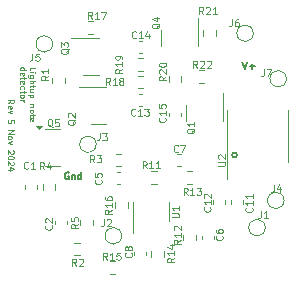
<source format=gbr>
%TF.GenerationSoftware,KiCad,Pcbnew,8.0.5*%
%TF.CreationDate,2024-11-25T09:23:58-07:00*%
%TF.ProjectId,NoteDetector,4e6f7465-4465-4746-9563-746f722e6b69,rev?*%
%TF.SameCoordinates,Original*%
%TF.FileFunction,Legend,Top*%
%TF.FilePolarity,Positive*%
%FSLAX46Y46*%
G04 Gerber Fmt 4.6, Leading zero omitted, Abs format (unit mm)*
G04 Created by KiCad (PCBNEW 8.0.5) date 2024-11-25 09:23:58*
%MOMM*%
%LPD*%
G01*
G04 APERTURE LIST*
%ADD10C,0.150000*%
%ADD11C,0.100000*%
%ADD12C,0.120000*%
G04 APERTURE END LIST*
D10*
X7400000Y-1450000D02*
G75*
G02*
X7000000Y-1450000I-200000J0D01*
G01*
X7000000Y-1450000D02*
G75*
G02*
X7400000Y-1450000I200000J0D01*
G01*
D11*
X-10148623Y5702068D02*
X-10148623Y5940163D01*
X-10148623Y5940163D02*
X-9648623Y5940163D01*
X-10148623Y5535401D02*
X-9815290Y5535401D01*
X-9648623Y5535401D02*
X-9672433Y5559210D01*
X-9672433Y5559210D02*
X-9696242Y5535401D01*
X-9696242Y5535401D02*
X-9672433Y5511591D01*
X-9672433Y5511591D02*
X-9648623Y5535401D01*
X-9648623Y5535401D02*
X-9696242Y5535401D01*
X-9815290Y5083020D02*
X-10220052Y5083020D01*
X-10220052Y5083020D02*
X-10267671Y5106830D01*
X-10267671Y5106830D02*
X-10291480Y5130639D01*
X-10291480Y5130639D02*
X-10315290Y5178258D01*
X-10315290Y5178258D02*
X-10315290Y5249687D01*
X-10315290Y5249687D02*
X-10291480Y5297306D01*
X-10124814Y5083020D02*
X-10148623Y5130639D01*
X-10148623Y5130639D02*
X-10148623Y5225877D01*
X-10148623Y5225877D02*
X-10124814Y5273496D01*
X-10124814Y5273496D02*
X-10101004Y5297306D01*
X-10101004Y5297306D02*
X-10053385Y5321115D01*
X-10053385Y5321115D02*
X-9910528Y5321115D01*
X-9910528Y5321115D02*
X-9862909Y5297306D01*
X-9862909Y5297306D02*
X-9839099Y5273496D01*
X-9839099Y5273496D02*
X-9815290Y5225877D01*
X-9815290Y5225877D02*
X-9815290Y5130639D01*
X-9815290Y5130639D02*
X-9839099Y5083020D01*
X-10148623Y4844925D02*
X-9648623Y4844925D01*
X-10148623Y4630639D02*
X-9886718Y4630639D01*
X-9886718Y4630639D02*
X-9839099Y4654449D01*
X-9839099Y4654449D02*
X-9815290Y4702068D01*
X-9815290Y4702068D02*
X-9815290Y4773496D01*
X-9815290Y4773496D02*
X-9839099Y4821115D01*
X-9839099Y4821115D02*
X-9862909Y4844925D01*
X-9815290Y4463972D02*
X-9815290Y4273496D01*
X-9648623Y4392544D02*
X-10077194Y4392544D01*
X-10077194Y4392544D02*
X-10124814Y4368734D01*
X-10124814Y4368734D02*
X-10148623Y4321115D01*
X-10148623Y4321115D02*
X-10148623Y4273496D01*
X-9815290Y3892544D02*
X-10148623Y3892544D01*
X-9815290Y4106830D02*
X-10077194Y4106830D01*
X-10077194Y4106830D02*
X-10124814Y4083020D01*
X-10124814Y4083020D02*
X-10148623Y4035401D01*
X-10148623Y4035401D02*
X-10148623Y3963973D01*
X-10148623Y3963973D02*
X-10124814Y3916354D01*
X-10124814Y3916354D02*
X-10101004Y3892544D01*
X-9815290Y3654449D02*
X-10315290Y3654449D01*
X-9839099Y3654449D02*
X-9815290Y3606830D01*
X-9815290Y3606830D02*
X-9815290Y3511592D01*
X-9815290Y3511592D02*
X-9839099Y3463973D01*
X-9839099Y3463973D02*
X-9862909Y3440163D01*
X-9862909Y3440163D02*
X-9910528Y3416354D01*
X-9910528Y3416354D02*
X-10053385Y3416354D01*
X-10053385Y3416354D02*
X-10101004Y3440163D01*
X-10101004Y3440163D02*
X-10124814Y3463973D01*
X-10124814Y3463973D02*
X-10148623Y3511592D01*
X-10148623Y3511592D02*
X-10148623Y3606830D01*
X-10148623Y3606830D02*
X-10124814Y3654449D01*
X-9815290Y2821116D02*
X-10148623Y2821116D01*
X-9862909Y2821116D02*
X-9839099Y2797306D01*
X-9839099Y2797306D02*
X-9815290Y2749687D01*
X-9815290Y2749687D02*
X-9815290Y2678259D01*
X-9815290Y2678259D02*
X-9839099Y2630640D01*
X-9839099Y2630640D02*
X-9886718Y2606830D01*
X-9886718Y2606830D02*
X-10148623Y2606830D01*
X-10148623Y2297306D02*
X-10124814Y2344925D01*
X-10124814Y2344925D02*
X-10101004Y2368735D01*
X-10101004Y2368735D02*
X-10053385Y2392544D01*
X-10053385Y2392544D02*
X-9910528Y2392544D01*
X-9910528Y2392544D02*
X-9862909Y2368735D01*
X-9862909Y2368735D02*
X-9839099Y2344925D01*
X-9839099Y2344925D02*
X-9815290Y2297306D01*
X-9815290Y2297306D02*
X-9815290Y2225878D01*
X-9815290Y2225878D02*
X-9839099Y2178259D01*
X-9839099Y2178259D02*
X-9862909Y2154449D01*
X-9862909Y2154449D02*
X-9910528Y2130640D01*
X-9910528Y2130640D02*
X-10053385Y2130640D01*
X-10053385Y2130640D02*
X-10101004Y2154449D01*
X-10101004Y2154449D02*
X-10124814Y2178259D01*
X-10124814Y2178259D02*
X-10148623Y2225878D01*
X-10148623Y2225878D02*
X-10148623Y2297306D01*
X-9815290Y1987782D02*
X-9815290Y1797306D01*
X-9648623Y1916354D02*
X-10077194Y1916354D01*
X-10077194Y1916354D02*
X-10124814Y1892544D01*
X-10124814Y1892544D02*
X-10148623Y1844925D01*
X-10148623Y1844925D02*
X-10148623Y1797306D01*
X-10124814Y1440164D02*
X-10148623Y1487783D01*
X-10148623Y1487783D02*
X-10148623Y1583021D01*
X-10148623Y1583021D02*
X-10124814Y1630640D01*
X-10124814Y1630640D02*
X-10077194Y1654449D01*
X-10077194Y1654449D02*
X-9886718Y1654449D01*
X-9886718Y1654449D02*
X-9839099Y1630640D01*
X-9839099Y1630640D02*
X-9815290Y1583021D01*
X-9815290Y1583021D02*
X-9815290Y1487783D01*
X-9815290Y1487783D02*
X-9839099Y1440164D01*
X-9839099Y1440164D02*
X-9886718Y1416354D01*
X-9886718Y1416354D02*
X-9934337Y1416354D01*
X-9934337Y1416354D02*
X-9981956Y1654449D01*
X-10953595Y5725877D02*
X-10453595Y5725877D01*
X-10929786Y5725877D02*
X-10953595Y5773496D01*
X-10953595Y5773496D02*
X-10953595Y5868734D01*
X-10953595Y5868734D02*
X-10929786Y5916353D01*
X-10929786Y5916353D02*
X-10905976Y5940163D01*
X-10905976Y5940163D02*
X-10858357Y5963972D01*
X-10858357Y5963972D02*
X-10715500Y5963972D01*
X-10715500Y5963972D02*
X-10667881Y5940163D01*
X-10667881Y5940163D02*
X-10644071Y5916353D01*
X-10644071Y5916353D02*
X-10620262Y5868734D01*
X-10620262Y5868734D02*
X-10620262Y5773496D01*
X-10620262Y5773496D02*
X-10644071Y5725877D01*
X-10929786Y5297306D02*
X-10953595Y5344925D01*
X-10953595Y5344925D02*
X-10953595Y5440163D01*
X-10953595Y5440163D02*
X-10929786Y5487782D01*
X-10929786Y5487782D02*
X-10882166Y5511591D01*
X-10882166Y5511591D02*
X-10691690Y5511591D01*
X-10691690Y5511591D02*
X-10644071Y5487782D01*
X-10644071Y5487782D02*
X-10620262Y5440163D01*
X-10620262Y5440163D02*
X-10620262Y5344925D01*
X-10620262Y5344925D02*
X-10644071Y5297306D01*
X-10644071Y5297306D02*
X-10691690Y5273496D01*
X-10691690Y5273496D02*
X-10739309Y5273496D01*
X-10739309Y5273496D02*
X-10786928Y5511591D01*
X-10620262Y5130639D02*
X-10620262Y4940163D01*
X-10453595Y5059211D02*
X-10882166Y5059211D01*
X-10882166Y5059211D02*
X-10929786Y5035401D01*
X-10929786Y5035401D02*
X-10953595Y4987782D01*
X-10953595Y4987782D02*
X-10953595Y4940163D01*
X-10929786Y4583021D02*
X-10953595Y4630640D01*
X-10953595Y4630640D02*
X-10953595Y4725878D01*
X-10953595Y4725878D02*
X-10929786Y4773497D01*
X-10929786Y4773497D02*
X-10882166Y4797306D01*
X-10882166Y4797306D02*
X-10691690Y4797306D01*
X-10691690Y4797306D02*
X-10644071Y4773497D01*
X-10644071Y4773497D02*
X-10620262Y4725878D01*
X-10620262Y4725878D02*
X-10620262Y4630640D01*
X-10620262Y4630640D02*
X-10644071Y4583021D01*
X-10644071Y4583021D02*
X-10691690Y4559211D01*
X-10691690Y4559211D02*
X-10739309Y4559211D01*
X-10739309Y4559211D02*
X-10786928Y4797306D01*
X-10929786Y4130640D02*
X-10953595Y4178259D01*
X-10953595Y4178259D02*
X-10953595Y4273497D01*
X-10953595Y4273497D02*
X-10929786Y4321116D01*
X-10929786Y4321116D02*
X-10905976Y4344926D01*
X-10905976Y4344926D02*
X-10858357Y4368735D01*
X-10858357Y4368735D02*
X-10715500Y4368735D01*
X-10715500Y4368735D02*
X-10667881Y4344926D01*
X-10667881Y4344926D02*
X-10644071Y4321116D01*
X-10644071Y4321116D02*
X-10620262Y4273497D01*
X-10620262Y4273497D02*
X-10620262Y4178259D01*
X-10620262Y4178259D02*
X-10644071Y4130640D01*
X-10620262Y3987783D02*
X-10620262Y3797307D01*
X-10453595Y3916355D02*
X-10882166Y3916355D01*
X-10882166Y3916355D02*
X-10929786Y3892545D01*
X-10929786Y3892545D02*
X-10953595Y3844926D01*
X-10953595Y3844926D02*
X-10953595Y3797307D01*
X-10953595Y3559212D02*
X-10929786Y3606831D01*
X-10929786Y3606831D02*
X-10905976Y3630641D01*
X-10905976Y3630641D02*
X-10858357Y3654450D01*
X-10858357Y3654450D02*
X-10715500Y3654450D01*
X-10715500Y3654450D02*
X-10667881Y3630641D01*
X-10667881Y3630641D02*
X-10644071Y3606831D01*
X-10644071Y3606831D02*
X-10620262Y3559212D01*
X-10620262Y3559212D02*
X-10620262Y3487784D01*
X-10620262Y3487784D02*
X-10644071Y3440165D01*
X-10644071Y3440165D02*
X-10667881Y3416355D01*
X-10667881Y3416355D02*
X-10715500Y3392546D01*
X-10715500Y3392546D02*
X-10858357Y3392546D01*
X-10858357Y3392546D02*
X-10905976Y3416355D01*
X-10905976Y3416355D02*
X-10929786Y3440165D01*
X-10929786Y3440165D02*
X-10953595Y3487784D01*
X-10953595Y3487784D02*
X-10953595Y3559212D01*
X-10953595Y3178260D02*
X-10620262Y3178260D01*
X-10715500Y3178260D02*
X-10667881Y3154450D01*
X-10667881Y3154450D02*
X-10644071Y3130641D01*
X-10644071Y3130641D02*
X-10620262Y3083022D01*
X-10620262Y3083022D02*
X-10620262Y3035403D01*
D10*
X7878571Y6430228D02*
X8078571Y5830228D01*
X8078571Y5830228D02*
X8278571Y6430228D01*
X8478572Y6058800D02*
X8935715Y6058800D01*
X8707143Y5830228D02*
X8707143Y6287371D01*
D11*
X-12001109Y2904449D02*
X-11763014Y3071115D01*
X-12001109Y3190163D02*
X-11501109Y3190163D01*
X-11501109Y3190163D02*
X-11501109Y2999687D01*
X-11501109Y2999687D02*
X-11524919Y2952068D01*
X-11524919Y2952068D02*
X-11548728Y2928258D01*
X-11548728Y2928258D02*
X-11596347Y2904449D01*
X-11596347Y2904449D02*
X-11667776Y2904449D01*
X-11667776Y2904449D02*
X-11715395Y2928258D01*
X-11715395Y2928258D02*
X-11739204Y2952068D01*
X-11739204Y2952068D02*
X-11763014Y2999687D01*
X-11763014Y2999687D02*
X-11763014Y3190163D01*
X-11977300Y2499687D02*
X-12001109Y2547306D01*
X-12001109Y2547306D02*
X-12001109Y2642544D01*
X-12001109Y2642544D02*
X-11977300Y2690163D01*
X-11977300Y2690163D02*
X-11929680Y2713972D01*
X-11929680Y2713972D02*
X-11739204Y2713972D01*
X-11739204Y2713972D02*
X-11691585Y2690163D01*
X-11691585Y2690163D02*
X-11667776Y2642544D01*
X-11667776Y2642544D02*
X-11667776Y2547306D01*
X-11667776Y2547306D02*
X-11691585Y2499687D01*
X-11691585Y2499687D02*
X-11739204Y2475877D01*
X-11739204Y2475877D02*
X-11786823Y2475877D01*
X-11786823Y2475877D02*
X-11834442Y2713972D01*
X-11667776Y2309211D02*
X-12001109Y2190163D01*
X-12001109Y2190163D02*
X-11667776Y2071116D01*
X-11501109Y1261593D02*
X-11501109Y1499688D01*
X-11501109Y1499688D02*
X-11739204Y1523497D01*
X-11739204Y1523497D02*
X-11715395Y1499688D01*
X-11715395Y1499688D02*
X-11691585Y1452069D01*
X-11691585Y1452069D02*
X-11691585Y1333021D01*
X-11691585Y1333021D02*
X-11715395Y1285402D01*
X-11715395Y1285402D02*
X-11739204Y1261593D01*
X-11739204Y1261593D02*
X-11786823Y1237783D01*
X-11786823Y1237783D02*
X-11905871Y1237783D01*
X-11905871Y1237783D02*
X-11953490Y1261593D01*
X-11953490Y1261593D02*
X-11977300Y1285402D01*
X-11977300Y1285402D02*
X-12001109Y1333021D01*
X-12001109Y1333021D02*
X-12001109Y1452069D01*
X-12001109Y1452069D02*
X-11977300Y1499688D01*
X-11977300Y1499688D02*
X-11953490Y1523497D01*
X-12001109Y642546D02*
X-11501109Y642546D01*
X-11501109Y642546D02*
X-12001109Y356832D01*
X-12001109Y356832D02*
X-11501109Y356832D01*
X-12001109Y47307D02*
X-11977300Y94926D01*
X-11977300Y94926D02*
X-11953490Y118736D01*
X-11953490Y118736D02*
X-11905871Y142545D01*
X-11905871Y142545D02*
X-11763014Y142545D01*
X-11763014Y142545D02*
X-11715395Y118736D01*
X-11715395Y118736D02*
X-11691585Y94926D01*
X-11691585Y94926D02*
X-11667776Y47307D01*
X-11667776Y47307D02*
X-11667776Y-24120D01*
X-11667776Y-24120D02*
X-11691585Y-71739D01*
X-11691585Y-71739D02*
X-11715395Y-95549D01*
X-11715395Y-95549D02*
X-11763014Y-119358D01*
X-11763014Y-119358D02*
X-11905871Y-119358D01*
X-11905871Y-119358D02*
X-11953490Y-95549D01*
X-11953490Y-95549D02*
X-11977300Y-71739D01*
X-11977300Y-71739D02*
X-12001109Y-24120D01*
X-12001109Y-24120D02*
X-12001109Y47307D01*
X-11667776Y-286025D02*
X-12001109Y-405073D01*
X-12001109Y-405073D02*
X-11667776Y-524120D01*
X-11548728Y-1071739D02*
X-11524919Y-1095548D01*
X-11524919Y-1095548D02*
X-11501109Y-1143167D01*
X-11501109Y-1143167D02*
X-11501109Y-1262215D01*
X-11501109Y-1262215D02*
X-11524919Y-1309834D01*
X-11524919Y-1309834D02*
X-11548728Y-1333643D01*
X-11548728Y-1333643D02*
X-11596347Y-1357453D01*
X-11596347Y-1357453D02*
X-11643966Y-1357453D01*
X-11643966Y-1357453D02*
X-11715395Y-1333643D01*
X-11715395Y-1333643D02*
X-12001109Y-1047929D01*
X-12001109Y-1047929D02*
X-12001109Y-1357453D01*
X-11501109Y-1666976D02*
X-11501109Y-1714595D01*
X-11501109Y-1714595D02*
X-11524919Y-1762214D01*
X-11524919Y-1762214D02*
X-11548728Y-1786024D01*
X-11548728Y-1786024D02*
X-11596347Y-1809833D01*
X-11596347Y-1809833D02*
X-11691585Y-1833643D01*
X-11691585Y-1833643D02*
X-11810633Y-1833643D01*
X-11810633Y-1833643D02*
X-11905871Y-1809833D01*
X-11905871Y-1809833D02*
X-11953490Y-1786024D01*
X-11953490Y-1786024D02*
X-11977300Y-1762214D01*
X-11977300Y-1762214D02*
X-12001109Y-1714595D01*
X-12001109Y-1714595D02*
X-12001109Y-1666976D01*
X-12001109Y-1666976D02*
X-11977300Y-1619357D01*
X-11977300Y-1619357D02*
X-11953490Y-1595548D01*
X-11953490Y-1595548D02*
X-11905871Y-1571738D01*
X-11905871Y-1571738D02*
X-11810633Y-1547929D01*
X-11810633Y-1547929D02*
X-11691585Y-1547929D01*
X-11691585Y-1547929D02*
X-11596347Y-1571738D01*
X-11596347Y-1571738D02*
X-11548728Y-1595548D01*
X-11548728Y-1595548D02*
X-11524919Y-1619357D01*
X-11524919Y-1619357D02*
X-11501109Y-1666976D01*
X-11548728Y-2024119D02*
X-11524919Y-2047928D01*
X-11524919Y-2047928D02*
X-11501109Y-2095547D01*
X-11501109Y-2095547D02*
X-11501109Y-2214595D01*
X-11501109Y-2214595D02*
X-11524919Y-2262214D01*
X-11524919Y-2262214D02*
X-11548728Y-2286023D01*
X-11548728Y-2286023D02*
X-11596347Y-2309833D01*
X-11596347Y-2309833D02*
X-11643966Y-2309833D01*
X-11643966Y-2309833D02*
X-11715395Y-2286023D01*
X-11715395Y-2286023D02*
X-12001109Y-2000309D01*
X-12001109Y-2000309D02*
X-12001109Y-2309833D01*
X-11667776Y-2738404D02*
X-12001109Y-2738404D01*
X-11477300Y-2619356D02*
X-11834442Y-2500309D01*
X-11834442Y-2500309D02*
X-11834442Y-2809832D01*
D10*
X-6835714Y-2948342D02*
X-6892857Y-2919771D01*
X-6892857Y-2919771D02*
X-6978571Y-2919771D01*
X-6978571Y-2919771D02*
X-7064285Y-2948342D01*
X-7064285Y-2948342D02*
X-7121428Y-3005485D01*
X-7121428Y-3005485D02*
X-7149999Y-3062628D01*
X-7149999Y-3062628D02*
X-7178571Y-3176914D01*
X-7178571Y-3176914D02*
X-7178571Y-3262628D01*
X-7178571Y-3262628D02*
X-7149999Y-3376914D01*
X-7149999Y-3376914D02*
X-7121428Y-3434057D01*
X-7121428Y-3434057D02*
X-7064285Y-3491200D01*
X-7064285Y-3491200D02*
X-6978571Y-3519771D01*
X-6978571Y-3519771D02*
X-6921428Y-3519771D01*
X-6921428Y-3519771D02*
X-6835714Y-3491200D01*
X-6835714Y-3491200D02*
X-6807142Y-3462628D01*
X-6807142Y-3462628D02*
X-6807142Y-3262628D01*
X-6807142Y-3262628D02*
X-6921428Y-3262628D01*
X-6549999Y-3119771D02*
X-6549999Y-3519771D01*
X-6549999Y-3176914D02*
X-6521428Y-3148342D01*
X-6521428Y-3148342D02*
X-6464285Y-3119771D01*
X-6464285Y-3119771D02*
X-6378571Y-3119771D01*
X-6378571Y-3119771D02*
X-6321428Y-3148342D01*
X-6321428Y-3148342D02*
X-6292857Y-3205485D01*
X-6292857Y-3205485D02*
X-6292857Y-3519771D01*
X-5750000Y-3519771D02*
X-5750000Y-2919771D01*
X-5750000Y-3491200D02*
X-5807142Y-3519771D01*
X-5807142Y-3519771D02*
X-5921428Y-3519771D01*
X-5921428Y-3519771D02*
X-5978571Y-3491200D01*
X-5978571Y-3491200D02*
X-6007142Y-3462628D01*
X-6007142Y-3462628D02*
X-6035714Y-3405485D01*
X-6035714Y-3405485D02*
X-6035714Y-3234057D01*
X-6035714Y-3234057D02*
X-6007142Y-3176914D01*
X-6007142Y-3176914D02*
X-5978571Y-3148342D01*
X-5978571Y-3148342D02*
X-5921428Y-3119771D01*
X-5921428Y-3119771D02*
X-5807142Y-3119771D01*
X-5807142Y-3119771D02*
X-5750000Y-3148342D01*
D11*
X-1534771Y-9749999D02*
X-1506200Y-9778571D01*
X-1506200Y-9778571D02*
X-1477628Y-9864285D01*
X-1477628Y-9864285D02*
X-1477628Y-9921428D01*
X-1477628Y-9921428D02*
X-1506200Y-10007142D01*
X-1506200Y-10007142D02*
X-1563342Y-10064285D01*
X-1563342Y-10064285D02*
X-1620485Y-10092856D01*
X-1620485Y-10092856D02*
X-1734771Y-10121428D01*
X-1734771Y-10121428D02*
X-1820485Y-10121428D01*
X-1820485Y-10121428D02*
X-1934771Y-10092856D01*
X-1934771Y-10092856D02*
X-1991914Y-10064285D01*
X-1991914Y-10064285D02*
X-2049057Y-10007142D01*
X-2049057Y-10007142D02*
X-2077628Y-9921428D01*
X-2077628Y-9921428D02*
X-2077628Y-9864285D01*
X-2077628Y-9864285D02*
X-2049057Y-9778571D01*
X-2049057Y-9778571D02*
X-2020485Y-9749999D01*
X-1820485Y-9407142D02*
X-1849057Y-9464285D01*
X-1849057Y-9464285D02*
X-1877628Y-9492856D01*
X-1877628Y-9492856D02*
X-1934771Y-9521428D01*
X-1934771Y-9521428D02*
X-1963342Y-9521428D01*
X-1963342Y-9521428D02*
X-2020485Y-9492856D01*
X-2020485Y-9492856D02*
X-2049057Y-9464285D01*
X-2049057Y-9464285D02*
X-2077628Y-9407142D01*
X-2077628Y-9407142D02*
X-2077628Y-9292856D01*
X-2077628Y-9292856D02*
X-2049057Y-9235714D01*
X-2049057Y-9235714D02*
X-2020485Y-9207142D01*
X-2020485Y-9207142D02*
X-1963342Y-9178571D01*
X-1963342Y-9178571D02*
X-1934771Y-9178571D01*
X-1934771Y-9178571D02*
X-1877628Y-9207142D01*
X-1877628Y-9207142D02*
X-1849057Y-9235714D01*
X-1849057Y-9235714D02*
X-1820485Y-9292856D01*
X-1820485Y-9292856D02*
X-1820485Y-9407142D01*
X-1820485Y-9407142D02*
X-1791914Y-9464285D01*
X-1791914Y-9464285D02*
X-1763342Y-9492856D01*
X-1763342Y-9492856D02*
X-1706200Y-9521428D01*
X-1706200Y-9521428D02*
X-1591914Y-9521428D01*
X-1591914Y-9521428D02*
X-1534771Y-9492856D01*
X-1534771Y-9492856D02*
X-1506200Y-9464285D01*
X-1506200Y-9464285D02*
X-1477628Y-9407142D01*
X-1477628Y-9407142D02*
X-1477628Y-9292856D01*
X-1477628Y-9292856D02*
X-1506200Y-9235714D01*
X-1506200Y-9235714D02*
X-1534771Y-9207142D01*
X-1534771Y-9207142D02*
X-1591914Y-9178571D01*
X-1591914Y-9178571D02*
X-1706200Y-9178571D01*
X-1706200Y-9178571D02*
X-1763342Y-9207142D01*
X-1763342Y-9207142D02*
X-1791914Y-9235714D01*
X-1791914Y-9235714D02*
X-1820485Y-9292856D01*
X-8182142Y920485D02*
X-8239285Y949057D01*
X-8239285Y949057D02*
X-8296428Y1006200D01*
X-8296428Y1006200D02*
X-8382142Y1091914D01*
X-8382142Y1091914D02*
X-8439285Y1120485D01*
X-8439285Y1120485D02*
X-8496428Y1120485D01*
X-8467857Y977628D02*
X-8525000Y1006200D01*
X-8525000Y1006200D02*
X-8582142Y1063342D01*
X-8582142Y1063342D02*
X-8610714Y1177628D01*
X-8610714Y1177628D02*
X-8610714Y1377628D01*
X-8610714Y1377628D02*
X-8582142Y1491914D01*
X-8582142Y1491914D02*
X-8525000Y1549057D01*
X-8525000Y1549057D02*
X-8467857Y1577628D01*
X-8467857Y1577628D02*
X-8353571Y1577628D01*
X-8353571Y1577628D02*
X-8296428Y1549057D01*
X-8296428Y1549057D02*
X-8239285Y1491914D01*
X-8239285Y1491914D02*
X-8210714Y1377628D01*
X-8210714Y1377628D02*
X-8210714Y1177628D01*
X-8210714Y1177628D02*
X-8239285Y1063342D01*
X-8239285Y1063342D02*
X-8296428Y1006200D01*
X-8296428Y1006200D02*
X-8353571Y977628D01*
X-8353571Y977628D02*
X-8467857Y977628D01*
X-7667857Y1577628D02*
X-7953571Y1577628D01*
X-7953571Y1577628D02*
X-7982143Y1291914D01*
X-7982143Y1291914D02*
X-7953571Y1320485D01*
X-7953571Y1320485D02*
X-7896429Y1349057D01*
X-7896429Y1349057D02*
X-7753571Y1349057D01*
X-7753571Y1349057D02*
X-7696429Y1320485D01*
X-7696429Y1320485D02*
X-7667857Y1291914D01*
X-7667857Y1291914D02*
X-7639286Y1234771D01*
X-7639286Y1234771D02*
X-7639286Y1091914D01*
X-7639286Y1091914D02*
X-7667857Y1034771D01*
X-7667857Y1034771D02*
X-7696429Y1006200D01*
X-7696429Y1006200D02*
X-7753571Y977628D01*
X-7753571Y977628D02*
X-7896429Y977628D01*
X-7896429Y977628D02*
X-7953571Y1006200D01*
X-7953571Y1006200D02*
X-7982143Y1034771D01*
X-235714Y-2597371D02*
X-435714Y-2311657D01*
X-578571Y-2597371D02*
X-578571Y-1997371D01*
X-578571Y-1997371D02*
X-350000Y-1997371D01*
X-350000Y-1997371D02*
X-292857Y-2025942D01*
X-292857Y-2025942D02*
X-264286Y-2054514D01*
X-264286Y-2054514D02*
X-235714Y-2111657D01*
X-235714Y-2111657D02*
X-235714Y-2197371D01*
X-235714Y-2197371D02*
X-264286Y-2254514D01*
X-264286Y-2254514D02*
X-292857Y-2283085D01*
X-292857Y-2283085D02*
X-350000Y-2311657D01*
X-350000Y-2311657D02*
X-578571Y-2311657D01*
X335713Y-2597371D02*
X-7143Y-2597371D01*
X164285Y-2597371D02*
X164285Y-1997371D01*
X164285Y-1997371D02*
X107142Y-2083085D01*
X107142Y-2083085D02*
X49999Y-2140228D01*
X49999Y-2140228D02*
X-7143Y-2168800D01*
X907142Y-2597371D02*
X564285Y-2597371D01*
X735714Y-2597371D02*
X735714Y-1997371D01*
X735714Y-1997371D02*
X678571Y-2083085D01*
X678571Y-2083085D02*
X621428Y-2140228D01*
X621428Y-2140228D02*
X564285Y-2168800D01*
X1422371Y5214285D02*
X1136657Y5014285D01*
X1422371Y4871428D02*
X822371Y4871428D01*
X822371Y4871428D02*
X822371Y5099999D01*
X822371Y5099999D02*
X850942Y5157142D01*
X850942Y5157142D02*
X879514Y5185713D01*
X879514Y5185713D02*
X936657Y5214285D01*
X936657Y5214285D02*
X1022371Y5214285D01*
X1022371Y5214285D02*
X1079514Y5185713D01*
X1079514Y5185713D02*
X1108085Y5157142D01*
X1108085Y5157142D02*
X1136657Y5099999D01*
X1136657Y5099999D02*
X1136657Y4871428D01*
X879514Y5442856D02*
X850942Y5471428D01*
X850942Y5471428D02*
X822371Y5528571D01*
X822371Y5528571D02*
X822371Y5671428D01*
X822371Y5671428D02*
X850942Y5728571D01*
X850942Y5728571D02*
X879514Y5757142D01*
X879514Y5757142D02*
X936657Y5785713D01*
X936657Y5785713D02*
X993800Y5785713D01*
X993800Y5785713D02*
X1079514Y5757142D01*
X1079514Y5757142D02*
X1422371Y5414285D01*
X1422371Y5414285D02*
X1422371Y5785713D01*
X822371Y6157142D02*
X822371Y6214285D01*
X822371Y6214285D02*
X850942Y6271428D01*
X850942Y6271428D02*
X879514Y6300000D01*
X879514Y6300000D02*
X936657Y6328571D01*
X936657Y6328571D02*
X1050942Y6357142D01*
X1050942Y6357142D02*
X1193800Y6357142D01*
X1193800Y6357142D02*
X1308085Y6328571D01*
X1308085Y6328571D02*
X1365228Y6300000D01*
X1365228Y6300000D02*
X1393800Y6271428D01*
X1393800Y6271428D02*
X1422371Y6214285D01*
X1422371Y6214285D02*
X1422371Y6157142D01*
X1422371Y6157142D02*
X1393800Y6100000D01*
X1393800Y6100000D02*
X1365228Y6071428D01*
X1365228Y6071428D02*
X1308085Y6042857D01*
X1308085Y6042857D02*
X1193800Y6014285D01*
X1193800Y6014285D02*
X1050942Y6014285D01*
X1050942Y6014285D02*
X936657Y6042857D01*
X936657Y6042857D02*
X879514Y6071428D01*
X879514Y6071428D02*
X850942Y6100000D01*
X850942Y6100000D02*
X822371Y6157142D01*
X-3177628Y-6085714D02*
X-3463342Y-6285714D01*
X-3177628Y-6428571D02*
X-3777628Y-6428571D01*
X-3777628Y-6428571D02*
X-3777628Y-6200000D01*
X-3777628Y-6200000D02*
X-3749057Y-6142857D01*
X-3749057Y-6142857D02*
X-3720485Y-6114286D01*
X-3720485Y-6114286D02*
X-3663342Y-6085714D01*
X-3663342Y-6085714D02*
X-3577628Y-6085714D01*
X-3577628Y-6085714D02*
X-3520485Y-6114286D01*
X-3520485Y-6114286D02*
X-3491914Y-6142857D01*
X-3491914Y-6142857D02*
X-3463342Y-6200000D01*
X-3463342Y-6200000D02*
X-3463342Y-6428571D01*
X-3177628Y-5514286D02*
X-3177628Y-5857143D01*
X-3177628Y-5685714D02*
X-3777628Y-5685714D01*
X-3777628Y-5685714D02*
X-3691914Y-5742857D01*
X-3691914Y-5742857D02*
X-3634771Y-5800000D01*
X-3634771Y-5800000D02*
X-3606200Y-5857143D01*
X-3777628Y-5000000D02*
X-3777628Y-5114285D01*
X-3777628Y-5114285D02*
X-3749057Y-5171428D01*
X-3749057Y-5171428D02*
X-3720485Y-5200000D01*
X-3720485Y-5200000D02*
X-3634771Y-5257142D01*
X-3634771Y-5257142D02*
X-3520485Y-5285714D01*
X-3520485Y-5285714D02*
X-3291914Y-5285714D01*
X-3291914Y-5285714D02*
X-3234771Y-5257142D01*
X-3234771Y-5257142D02*
X-3206200Y-5228571D01*
X-3206200Y-5228571D02*
X-3177628Y-5171428D01*
X-3177628Y-5171428D02*
X-3177628Y-5057142D01*
X-3177628Y-5057142D02*
X-3206200Y-5000000D01*
X-3206200Y-5000000D02*
X-3234771Y-4971428D01*
X-3234771Y-4971428D02*
X-3291914Y-4942857D01*
X-3291914Y-4942857D02*
X-3434771Y-4942857D01*
X-3434771Y-4942857D02*
X-3491914Y-4971428D01*
X-3491914Y-4971428D02*
X-3520485Y-5000000D01*
X-3520485Y-5000000D02*
X-3549057Y-5057142D01*
X-3549057Y-5057142D02*
X-3549057Y-5171428D01*
X-3549057Y-5171428D02*
X-3520485Y-5228571D01*
X-3520485Y-5228571D02*
X-3491914Y-5257142D01*
X-3491914Y-5257142D02*
X-3434771Y-5285714D01*
X-10261383Y-2565228D02*
X-10289955Y-2593800D01*
X-10289955Y-2593800D02*
X-10375669Y-2622371D01*
X-10375669Y-2622371D02*
X-10432812Y-2622371D01*
X-10432812Y-2622371D02*
X-10518526Y-2593800D01*
X-10518526Y-2593800D02*
X-10575669Y-2536657D01*
X-10575669Y-2536657D02*
X-10604240Y-2479514D01*
X-10604240Y-2479514D02*
X-10632812Y-2365228D01*
X-10632812Y-2365228D02*
X-10632812Y-2279514D01*
X-10632812Y-2279514D02*
X-10604240Y-2165228D01*
X-10604240Y-2165228D02*
X-10575669Y-2108085D01*
X-10575669Y-2108085D02*
X-10518526Y-2050942D01*
X-10518526Y-2050942D02*
X-10432812Y-2022371D01*
X-10432812Y-2022371D02*
X-10375669Y-2022371D01*
X-10375669Y-2022371D02*
X-10289955Y-2050942D01*
X-10289955Y-2050942D02*
X-10261383Y-2079514D01*
X-9689955Y-2622371D02*
X-10032812Y-2622371D01*
X-9861383Y-2622371D02*
X-9861383Y-2022371D01*
X-9861383Y-2022371D02*
X-9918526Y-2108085D01*
X-9918526Y-2108085D02*
X-9975669Y-2165228D01*
X-9975669Y-2165228D02*
X-10032812Y-2193800D01*
X-3850000Y-6872371D02*
X-3850000Y-7300942D01*
X-3850000Y-7300942D02*
X-3878571Y-7386657D01*
X-3878571Y-7386657D02*
X-3935714Y-7443800D01*
X-3935714Y-7443800D02*
X-4021428Y-7472371D01*
X-4021428Y-7472371D02*
X-4078571Y-7472371D01*
X-3592857Y-6929514D02*
X-3564285Y-6900942D01*
X-3564285Y-6900942D02*
X-3507143Y-6872371D01*
X-3507143Y-6872371D02*
X-3364285Y-6872371D01*
X-3364285Y-6872371D02*
X-3307143Y-6900942D01*
X-3307143Y-6900942D02*
X-3278571Y-6929514D01*
X-3278571Y-6929514D02*
X-3250000Y-6986657D01*
X-3250000Y-6986657D02*
X-3250000Y-7043800D01*
X-3250000Y-7043800D02*
X-3278571Y-7129514D01*
X-3278571Y-7129514D02*
X-3621428Y-7472371D01*
X-3621428Y-7472371D02*
X-3250000Y-7472371D01*
X-4084771Y-3549999D02*
X-4056200Y-3578571D01*
X-4056200Y-3578571D02*
X-4027628Y-3664285D01*
X-4027628Y-3664285D02*
X-4027628Y-3721428D01*
X-4027628Y-3721428D02*
X-4056200Y-3807142D01*
X-4056200Y-3807142D02*
X-4113342Y-3864285D01*
X-4113342Y-3864285D02*
X-4170485Y-3892856D01*
X-4170485Y-3892856D02*
X-4284771Y-3921428D01*
X-4284771Y-3921428D02*
X-4370485Y-3921428D01*
X-4370485Y-3921428D02*
X-4484771Y-3892856D01*
X-4484771Y-3892856D02*
X-4541914Y-3864285D01*
X-4541914Y-3864285D02*
X-4599057Y-3807142D01*
X-4599057Y-3807142D02*
X-4627628Y-3721428D01*
X-4627628Y-3721428D02*
X-4627628Y-3664285D01*
X-4627628Y-3664285D02*
X-4599057Y-3578571D01*
X-4599057Y-3578571D02*
X-4570485Y-3549999D01*
X-4627628Y-3007142D02*
X-4627628Y-3292856D01*
X-4627628Y-3292856D02*
X-4341914Y-3321428D01*
X-4341914Y-3321428D02*
X-4370485Y-3292856D01*
X-4370485Y-3292856D02*
X-4399057Y-3235714D01*
X-4399057Y-3235714D02*
X-4399057Y-3092856D01*
X-4399057Y-3092856D02*
X-4370485Y-3035714D01*
X-4370485Y-3035714D02*
X-4341914Y-3007142D01*
X-4341914Y-3007142D02*
X-4284771Y-2978571D01*
X-4284771Y-2978571D02*
X-4141914Y-2978571D01*
X-4141914Y-2978571D02*
X-4084771Y-3007142D01*
X-4084771Y-3007142D02*
X-4056200Y-3035714D01*
X-4056200Y-3035714D02*
X-4027628Y-3092856D01*
X-4027628Y-3092856D02*
X-4027628Y-3235714D01*
X-4027628Y-3235714D02*
X-4056200Y-3292856D01*
X-4056200Y-3292856D02*
X-4084771Y-3321428D01*
X2657371Y-8620714D02*
X2371657Y-8820714D01*
X2657371Y-8963571D02*
X2057371Y-8963571D01*
X2057371Y-8963571D02*
X2057371Y-8735000D01*
X2057371Y-8735000D02*
X2085942Y-8677857D01*
X2085942Y-8677857D02*
X2114514Y-8649286D01*
X2114514Y-8649286D02*
X2171657Y-8620714D01*
X2171657Y-8620714D02*
X2257371Y-8620714D01*
X2257371Y-8620714D02*
X2314514Y-8649286D01*
X2314514Y-8649286D02*
X2343085Y-8677857D01*
X2343085Y-8677857D02*
X2371657Y-8735000D01*
X2371657Y-8735000D02*
X2371657Y-8963571D01*
X2657371Y-8049286D02*
X2657371Y-8392143D01*
X2657371Y-8220714D02*
X2057371Y-8220714D01*
X2057371Y-8220714D02*
X2143085Y-8277857D01*
X2143085Y-8277857D02*
X2200228Y-8335000D01*
X2200228Y-8335000D02*
X2228800Y-8392143D01*
X2114514Y-7820714D02*
X2085942Y-7792142D01*
X2085942Y-7792142D02*
X2057371Y-7735000D01*
X2057371Y-7735000D02*
X2057371Y-7592142D01*
X2057371Y-7592142D02*
X2085942Y-7535000D01*
X2085942Y-7535000D02*
X2114514Y-7506428D01*
X2114514Y-7506428D02*
X2171657Y-7477857D01*
X2171657Y-7477857D02*
X2228800Y-7477857D01*
X2228800Y-7477857D02*
X2314514Y-7506428D01*
X2314514Y-7506428D02*
X2657371Y-7849285D01*
X2657371Y-7849285D02*
X2657371Y-7477857D01*
X9459999Y-6182371D02*
X9459999Y-6610942D01*
X9459999Y-6610942D02*
X9431428Y-6696657D01*
X9431428Y-6696657D02*
X9374285Y-6753800D01*
X9374285Y-6753800D02*
X9288571Y-6782371D01*
X9288571Y-6782371D02*
X9231428Y-6782371D01*
X10059999Y-6782371D02*
X9717142Y-6782371D01*
X9888571Y-6782371D02*
X9888571Y-6182371D01*
X9888571Y-6182371D02*
X9831428Y-6268085D01*
X9831428Y-6268085D02*
X9774285Y-6325228D01*
X9774285Y-6325228D02*
X9717142Y-6353800D01*
X5145228Y-5875714D02*
X5173800Y-5904286D01*
X5173800Y-5904286D02*
X5202371Y-5990000D01*
X5202371Y-5990000D02*
X5202371Y-6047143D01*
X5202371Y-6047143D02*
X5173800Y-6132857D01*
X5173800Y-6132857D02*
X5116657Y-6190000D01*
X5116657Y-6190000D02*
X5059514Y-6218571D01*
X5059514Y-6218571D02*
X4945228Y-6247143D01*
X4945228Y-6247143D02*
X4859514Y-6247143D01*
X4859514Y-6247143D02*
X4745228Y-6218571D01*
X4745228Y-6218571D02*
X4688085Y-6190000D01*
X4688085Y-6190000D02*
X4630942Y-6132857D01*
X4630942Y-6132857D02*
X4602371Y-6047143D01*
X4602371Y-6047143D02*
X4602371Y-5990000D01*
X4602371Y-5990000D02*
X4630942Y-5904286D01*
X4630942Y-5904286D02*
X4659514Y-5875714D01*
X5202371Y-5304286D02*
X5202371Y-5647143D01*
X5202371Y-5475714D02*
X4602371Y-5475714D01*
X4602371Y-5475714D02*
X4688085Y-5532857D01*
X4688085Y-5532857D02*
X4745228Y-5590000D01*
X4745228Y-5590000D02*
X4773800Y-5647143D01*
X4659514Y-5075714D02*
X4630942Y-5047142D01*
X4630942Y-5047142D02*
X4602371Y-4990000D01*
X4602371Y-4990000D02*
X4602371Y-4847142D01*
X4602371Y-4847142D02*
X4630942Y-4790000D01*
X4630942Y-4790000D02*
X4659514Y-4761428D01*
X4659514Y-4761428D02*
X4716657Y-4732857D01*
X4716657Y-4732857D02*
X4773800Y-4732857D01*
X4773800Y-4732857D02*
X4859514Y-4761428D01*
X4859514Y-4761428D02*
X5202371Y-5104285D01*
X5202371Y-5104285D02*
X5202371Y-4732857D01*
X-4835714Y10077628D02*
X-5035714Y10363342D01*
X-5178571Y10077628D02*
X-5178571Y10677628D01*
X-5178571Y10677628D02*
X-4950000Y10677628D01*
X-4950000Y10677628D02*
X-4892857Y10649057D01*
X-4892857Y10649057D02*
X-4864286Y10620485D01*
X-4864286Y10620485D02*
X-4835714Y10563342D01*
X-4835714Y10563342D02*
X-4835714Y10477628D01*
X-4835714Y10477628D02*
X-4864286Y10420485D01*
X-4864286Y10420485D02*
X-4892857Y10391914D01*
X-4892857Y10391914D02*
X-4950000Y10363342D01*
X-4950000Y10363342D02*
X-5178571Y10363342D01*
X-4264286Y10077628D02*
X-4607143Y10077628D01*
X-4435714Y10077628D02*
X-4435714Y10677628D01*
X-4435714Y10677628D02*
X-4492857Y10591914D01*
X-4492857Y10591914D02*
X-4550000Y10534771D01*
X-4550000Y10534771D02*
X-4607143Y10506200D01*
X-4064285Y10677628D02*
X-3664285Y10677628D01*
X-3664285Y10677628D02*
X-3921428Y10077628D01*
X2122371Y-10185714D02*
X1836657Y-10385714D01*
X2122371Y-10528571D02*
X1522371Y-10528571D01*
X1522371Y-10528571D02*
X1522371Y-10300000D01*
X1522371Y-10300000D02*
X1550942Y-10242857D01*
X1550942Y-10242857D02*
X1579514Y-10214286D01*
X1579514Y-10214286D02*
X1636657Y-10185714D01*
X1636657Y-10185714D02*
X1722371Y-10185714D01*
X1722371Y-10185714D02*
X1779514Y-10214286D01*
X1779514Y-10214286D02*
X1808085Y-10242857D01*
X1808085Y-10242857D02*
X1836657Y-10300000D01*
X1836657Y-10300000D02*
X1836657Y-10528571D01*
X2122371Y-9614286D02*
X2122371Y-9957143D01*
X2122371Y-9785714D02*
X1522371Y-9785714D01*
X1522371Y-9785714D02*
X1608085Y-9842857D01*
X1608085Y-9842857D02*
X1665228Y-9900000D01*
X1665228Y-9900000D02*
X1693800Y-9957143D01*
X1722371Y-9100000D02*
X2122371Y-9100000D01*
X1493800Y-9242857D02*
X1922371Y-9385714D01*
X1922371Y-9385714D02*
X1922371Y-9014285D01*
X2413616Y-1165228D02*
X2385044Y-1193800D01*
X2385044Y-1193800D02*
X2299330Y-1222371D01*
X2299330Y-1222371D02*
X2242187Y-1222371D01*
X2242187Y-1222371D02*
X2156473Y-1193800D01*
X2156473Y-1193800D02*
X2099330Y-1136657D01*
X2099330Y-1136657D02*
X2070759Y-1079514D01*
X2070759Y-1079514D02*
X2042187Y-965228D01*
X2042187Y-965228D02*
X2042187Y-879514D01*
X2042187Y-879514D02*
X2070759Y-765228D01*
X2070759Y-765228D02*
X2099330Y-708085D01*
X2099330Y-708085D02*
X2156473Y-650942D01*
X2156473Y-650942D02*
X2242187Y-622371D01*
X2242187Y-622371D02*
X2299330Y-622371D01*
X2299330Y-622371D02*
X2385044Y-650942D01*
X2385044Y-650942D02*
X2413616Y-679514D01*
X2613616Y-622371D02*
X3013616Y-622371D01*
X3013616Y-622371D02*
X2756473Y-1222371D01*
X-3585714Y-10322371D02*
X-3785714Y-10036657D01*
X-3928571Y-10322371D02*
X-3928571Y-9722371D01*
X-3928571Y-9722371D02*
X-3700000Y-9722371D01*
X-3700000Y-9722371D02*
X-3642857Y-9750942D01*
X-3642857Y-9750942D02*
X-3614286Y-9779514D01*
X-3614286Y-9779514D02*
X-3585714Y-9836657D01*
X-3585714Y-9836657D02*
X-3585714Y-9922371D01*
X-3585714Y-9922371D02*
X-3614286Y-9979514D01*
X-3614286Y-9979514D02*
X-3642857Y-10008085D01*
X-3642857Y-10008085D02*
X-3700000Y-10036657D01*
X-3700000Y-10036657D02*
X-3928571Y-10036657D01*
X-3014286Y-10322371D02*
X-3357143Y-10322371D01*
X-3185714Y-10322371D02*
X-3185714Y-9722371D01*
X-3185714Y-9722371D02*
X-3242857Y-9808085D01*
X-3242857Y-9808085D02*
X-3300000Y-9865228D01*
X-3300000Y-9865228D02*
X-3357143Y-9893800D01*
X-2471428Y-9722371D02*
X-2757142Y-9722371D01*
X-2757142Y-9722371D02*
X-2785714Y-10008085D01*
X-2785714Y-10008085D02*
X-2757142Y-9979514D01*
X-2757142Y-9979514D02*
X-2700000Y-9950942D01*
X-2700000Y-9950942D02*
X-2557142Y-9950942D01*
X-2557142Y-9950942D02*
X-2500000Y-9979514D01*
X-2500000Y-9979514D02*
X-2471428Y-10008085D01*
X-2471428Y-10008085D02*
X-2442857Y-10065228D01*
X-2442857Y-10065228D02*
X-2442857Y-10208085D01*
X-2442857Y-10208085D02*
X-2471428Y-10265228D01*
X-2471428Y-10265228D02*
X-2500000Y-10293800D01*
X-2500000Y-10293800D02*
X-2557142Y-10322371D01*
X-2557142Y-10322371D02*
X-2700000Y-10322371D01*
X-2700000Y-10322371D02*
X-2757142Y-10293800D01*
X-2757142Y-10293800D02*
X-2785714Y-10265228D01*
X-3335714Y4477628D02*
X-3535714Y4763342D01*
X-3678571Y4477628D02*
X-3678571Y5077628D01*
X-3678571Y5077628D02*
X-3450000Y5077628D01*
X-3450000Y5077628D02*
X-3392857Y5049057D01*
X-3392857Y5049057D02*
X-3364286Y5020485D01*
X-3364286Y5020485D02*
X-3335714Y4963342D01*
X-3335714Y4963342D02*
X-3335714Y4877628D01*
X-3335714Y4877628D02*
X-3364286Y4820485D01*
X-3364286Y4820485D02*
X-3392857Y4791914D01*
X-3392857Y4791914D02*
X-3450000Y4763342D01*
X-3450000Y4763342D02*
X-3678571Y4763342D01*
X-2764286Y4477628D02*
X-3107143Y4477628D01*
X-2935714Y4477628D02*
X-2935714Y5077628D01*
X-2935714Y5077628D02*
X-2992857Y4991914D01*
X-2992857Y4991914D02*
X-3050000Y4934771D01*
X-3050000Y4934771D02*
X-3107143Y4906200D01*
X-2421428Y4820485D02*
X-2478571Y4849057D01*
X-2478571Y4849057D02*
X-2507142Y4877628D01*
X-2507142Y4877628D02*
X-2535714Y4934771D01*
X-2535714Y4934771D02*
X-2535714Y4963342D01*
X-2535714Y4963342D02*
X-2507142Y5020485D01*
X-2507142Y5020485D02*
X-2478571Y5049057D01*
X-2478571Y5049057D02*
X-2421428Y5077628D01*
X-2421428Y5077628D02*
X-2307142Y5077628D01*
X-2307142Y5077628D02*
X-2250000Y5049057D01*
X-2250000Y5049057D02*
X-2221428Y5020485D01*
X-2221428Y5020485D02*
X-2192857Y4963342D01*
X-2192857Y4963342D02*
X-2192857Y4934771D01*
X-2192857Y4934771D02*
X-2221428Y4877628D01*
X-2221428Y4877628D02*
X-2250000Y4849057D01*
X-2250000Y4849057D02*
X-2307142Y4820485D01*
X-2307142Y4820485D02*
X-2421428Y4820485D01*
X-2421428Y4820485D02*
X-2478571Y4791914D01*
X-2478571Y4791914D02*
X-2507142Y4763342D01*
X-2507142Y4763342D02*
X-2535714Y4706200D01*
X-2535714Y4706200D02*
X-2535714Y4591914D01*
X-2535714Y4591914D02*
X-2507142Y4534771D01*
X-2507142Y4534771D02*
X-2478571Y4506200D01*
X-2478571Y4506200D02*
X-2421428Y4477628D01*
X-2421428Y4477628D02*
X-2307142Y4477628D01*
X-2307142Y4477628D02*
X-2250000Y4506200D01*
X-2250000Y4506200D02*
X-2221428Y4534771D01*
X-2221428Y4534771D02*
X-2192857Y4591914D01*
X-2192857Y4591914D02*
X-2192857Y4706200D01*
X-2192857Y4706200D02*
X-2221428Y4763342D01*
X-2221428Y4763342D02*
X-2250000Y4791914D01*
X-2250000Y4791914D02*
X-2307142Y4820485D01*
X-1135714Y8484771D02*
X-1164286Y8456200D01*
X-1164286Y8456200D02*
X-1250000Y8427628D01*
X-1250000Y8427628D02*
X-1307143Y8427628D01*
X-1307143Y8427628D02*
X-1392857Y8456200D01*
X-1392857Y8456200D02*
X-1450000Y8513342D01*
X-1450000Y8513342D02*
X-1478571Y8570485D01*
X-1478571Y8570485D02*
X-1507143Y8684771D01*
X-1507143Y8684771D02*
X-1507143Y8770485D01*
X-1507143Y8770485D02*
X-1478571Y8884771D01*
X-1478571Y8884771D02*
X-1450000Y8941914D01*
X-1450000Y8941914D02*
X-1392857Y8999057D01*
X-1392857Y8999057D02*
X-1307143Y9027628D01*
X-1307143Y9027628D02*
X-1250000Y9027628D01*
X-1250000Y9027628D02*
X-1164286Y8999057D01*
X-1164286Y8999057D02*
X-1135714Y8970485D01*
X-564286Y8427628D02*
X-907143Y8427628D01*
X-735714Y8427628D02*
X-735714Y9027628D01*
X-735714Y9027628D02*
X-792857Y8941914D01*
X-792857Y8941914D02*
X-850000Y8884771D01*
X-850000Y8884771D02*
X-907143Y8856200D01*
X-50000Y8827628D02*
X-50000Y8427628D01*
X-192857Y9056200D02*
X-335714Y8627628D01*
X-335714Y8627628D02*
X35714Y8627628D01*
X8675228Y-5925714D02*
X8703800Y-5954286D01*
X8703800Y-5954286D02*
X8732371Y-6040000D01*
X8732371Y-6040000D02*
X8732371Y-6097143D01*
X8732371Y-6097143D02*
X8703800Y-6182857D01*
X8703800Y-6182857D02*
X8646657Y-6240000D01*
X8646657Y-6240000D02*
X8589514Y-6268571D01*
X8589514Y-6268571D02*
X8475228Y-6297143D01*
X8475228Y-6297143D02*
X8389514Y-6297143D01*
X8389514Y-6297143D02*
X8275228Y-6268571D01*
X8275228Y-6268571D02*
X8218085Y-6240000D01*
X8218085Y-6240000D02*
X8160942Y-6182857D01*
X8160942Y-6182857D02*
X8132371Y-6097143D01*
X8132371Y-6097143D02*
X8132371Y-6040000D01*
X8132371Y-6040000D02*
X8160942Y-5954286D01*
X8160942Y-5954286D02*
X8189514Y-5925714D01*
X8732371Y-5354286D02*
X8732371Y-5697143D01*
X8732371Y-5525714D02*
X8132371Y-5525714D01*
X8132371Y-5525714D02*
X8218085Y-5582857D01*
X8218085Y-5582857D02*
X8275228Y-5640000D01*
X8275228Y-5640000D02*
X8303800Y-5697143D01*
X8732371Y-4782857D02*
X8732371Y-5125714D01*
X8732371Y-4954285D02*
X8132371Y-4954285D01*
X8132371Y-4954285D02*
X8218085Y-5011428D01*
X8218085Y-5011428D02*
X8275228Y-5068571D01*
X8275228Y-5068571D02*
X8303800Y-5125714D01*
X-6027628Y-7299999D02*
X-6313342Y-7499999D01*
X-6027628Y-7642856D02*
X-6627628Y-7642856D01*
X-6627628Y-7642856D02*
X-6627628Y-7414285D01*
X-6627628Y-7414285D02*
X-6599057Y-7357142D01*
X-6599057Y-7357142D02*
X-6570485Y-7328571D01*
X-6570485Y-7328571D02*
X-6513342Y-7299999D01*
X-6513342Y-7299999D02*
X-6427628Y-7299999D01*
X-6427628Y-7299999D02*
X-6370485Y-7328571D01*
X-6370485Y-7328571D02*
X-6341914Y-7357142D01*
X-6341914Y-7357142D02*
X-6313342Y-7414285D01*
X-6313342Y-7414285D02*
X-6313342Y-7642856D01*
X-6627628Y-6757142D02*
X-6627628Y-7042856D01*
X-6627628Y-7042856D02*
X-6341914Y-7071428D01*
X-6341914Y-7071428D02*
X-6370485Y-7042856D01*
X-6370485Y-7042856D02*
X-6399057Y-6985714D01*
X-6399057Y-6985714D02*
X-6399057Y-6842856D01*
X-6399057Y-6842856D02*
X-6370485Y-6785714D01*
X-6370485Y-6785714D02*
X-6341914Y-6757142D01*
X-6341914Y-6757142D02*
X-6284771Y-6728571D01*
X-6284771Y-6728571D02*
X-6141914Y-6728571D01*
X-6141914Y-6728571D02*
X-6084771Y-6757142D01*
X-6084771Y-6757142D02*
X-6056200Y-6785714D01*
X-6056200Y-6785714D02*
X-6027628Y-6842856D01*
X-6027628Y-6842856D02*
X-6027628Y-6985714D01*
X-6027628Y-6985714D02*
X-6056200Y-7042856D01*
X-6056200Y-7042856D02*
X-6084771Y-7071428D01*
X4064285Y5927628D02*
X3864285Y6213342D01*
X3721428Y5927628D02*
X3721428Y6527628D01*
X3721428Y6527628D02*
X3949999Y6527628D01*
X3949999Y6527628D02*
X4007142Y6499057D01*
X4007142Y6499057D02*
X4035713Y6470485D01*
X4035713Y6470485D02*
X4064285Y6413342D01*
X4064285Y6413342D02*
X4064285Y6327628D01*
X4064285Y6327628D02*
X4035713Y6270485D01*
X4035713Y6270485D02*
X4007142Y6241914D01*
X4007142Y6241914D02*
X3949999Y6213342D01*
X3949999Y6213342D02*
X3721428Y6213342D01*
X4292856Y6470485D02*
X4321428Y6499057D01*
X4321428Y6499057D02*
X4378571Y6527628D01*
X4378571Y6527628D02*
X4521428Y6527628D01*
X4521428Y6527628D02*
X4578571Y6499057D01*
X4578571Y6499057D02*
X4607142Y6470485D01*
X4607142Y6470485D02*
X4635713Y6413342D01*
X4635713Y6413342D02*
X4635713Y6356200D01*
X4635713Y6356200D02*
X4607142Y6270485D01*
X4607142Y6270485D02*
X4264285Y5927628D01*
X4264285Y5927628D02*
X4635713Y5927628D01*
X4864285Y6470485D02*
X4892857Y6499057D01*
X4892857Y6499057D02*
X4950000Y6527628D01*
X4950000Y6527628D02*
X5092857Y6527628D01*
X5092857Y6527628D02*
X5150000Y6499057D01*
X5150000Y6499057D02*
X5178571Y6470485D01*
X5178571Y6470485D02*
X5207142Y6413342D01*
X5207142Y6413342D02*
X5207142Y6356200D01*
X5207142Y6356200D02*
X5178571Y6270485D01*
X5178571Y6270485D02*
X4835714Y5927628D01*
X4835714Y5927628D02*
X5207142Y5927628D01*
X-8911383Y-2672371D02*
X-9111383Y-2386657D01*
X-9254240Y-2672371D02*
X-9254240Y-2072371D01*
X-9254240Y-2072371D02*
X-9025669Y-2072371D01*
X-9025669Y-2072371D02*
X-8968526Y-2100942D01*
X-8968526Y-2100942D02*
X-8939955Y-2129514D01*
X-8939955Y-2129514D02*
X-8911383Y-2186657D01*
X-8911383Y-2186657D02*
X-8911383Y-2272371D01*
X-8911383Y-2272371D02*
X-8939955Y-2329514D01*
X-8939955Y-2329514D02*
X-8968526Y-2358085D01*
X-8968526Y-2358085D02*
X-9025669Y-2386657D01*
X-9025669Y-2386657D02*
X-9254240Y-2386657D01*
X-8397098Y-2272371D02*
X-8397098Y-2672371D01*
X-8539955Y-2043800D02*
X-8682812Y-2472371D01*
X-8682812Y-2472371D02*
X-8311383Y-2472371D01*
X-8284771Y-7399999D02*
X-8256200Y-7428571D01*
X-8256200Y-7428571D02*
X-8227628Y-7514285D01*
X-8227628Y-7514285D02*
X-8227628Y-7571428D01*
X-8227628Y-7571428D02*
X-8256200Y-7657142D01*
X-8256200Y-7657142D02*
X-8313342Y-7714285D01*
X-8313342Y-7714285D02*
X-8370485Y-7742856D01*
X-8370485Y-7742856D02*
X-8484771Y-7771428D01*
X-8484771Y-7771428D02*
X-8570485Y-7771428D01*
X-8570485Y-7771428D02*
X-8684771Y-7742856D01*
X-8684771Y-7742856D02*
X-8741914Y-7714285D01*
X-8741914Y-7714285D02*
X-8799057Y-7657142D01*
X-8799057Y-7657142D02*
X-8827628Y-7571428D01*
X-8827628Y-7571428D02*
X-8827628Y-7514285D01*
X-8827628Y-7514285D02*
X-8799057Y-7428571D01*
X-8799057Y-7428571D02*
X-8770485Y-7399999D01*
X-8770485Y-7171428D02*
X-8799057Y-7142856D01*
X-8799057Y-7142856D02*
X-8827628Y-7085714D01*
X-8827628Y-7085714D02*
X-8827628Y-6942856D01*
X-8827628Y-6942856D02*
X-8799057Y-6885714D01*
X-8799057Y-6885714D02*
X-8770485Y-6857142D01*
X-8770485Y-6857142D02*
X-8713342Y-6828571D01*
X-8713342Y-6828571D02*
X-8656200Y-6828571D01*
X-8656200Y-6828571D02*
X-8570485Y-6857142D01*
X-8570485Y-6857142D02*
X-8227628Y-7199999D01*
X-8227628Y-7199999D02*
X-8227628Y-6828571D01*
X-4649999Y-2072371D02*
X-4849999Y-1786657D01*
X-4992856Y-2072371D02*
X-4992856Y-1472371D01*
X-4992856Y-1472371D02*
X-4764285Y-1472371D01*
X-4764285Y-1472371D02*
X-4707142Y-1500942D01*
X-4707142Y-1500942D02*
X-4678571Y-1529514D01*
X-4678571Y-1529514D02*
X-4649999Y-1586657D01*
X-4649999Y-1586657D02*
X-4649999Y-1672371D01*
X-4649999Y-1672371D02*
X-4678571Y-1729514D01*
X-4678571Y-1729514D02*
X-4707142Y-1758085D01*
X-4707142Y-1758085D02*
X-4764285Y-1786657D01*
X-4764285Y-1786657D02*
X-4992856Y-1786657D01*
X-4449999Y-1472371D02*
X-4078571Y-1472371D01*
X-4078571Y-1472371D02*
X-4278571Y-1700942D01*
X-4278571Y-1700942D02*
X-4192856Y-1700942D01*
X-4192856Y-1700942D02*
X-4135714Y-1729514D01*
X-4135714Y-1729514D02*
X-4107142Y-1758085D01*
X-4107142Y-1758085D02*
X-4078571Y-1815228D01*
X-4078571Y-1815228D02*
X-4078571Y-1958085D01*
X-4078571Y-1958085D02*
X-4107142Y-2015228D01*
X-4107142Y-2015228D02*
X-4135714Y-2043800D01*
X-4135714Y-2043800D02*
X-4192856Y-2072371D01*
X-4192856Y-2072371D02*
X-4364285Y-2072371D01*
X-4364285Y-2072371D02*
X-4421428Y-2043800D01*
X-4421428Y-2043800D02*
X-4449999Y-2015228D01*
X-4200000Y377628D02*
X-4200000Y-50942D01*
X-4200000Y-50942D02*
X-4228571Y-136657D01*
X-4228571Y-136657D02*
X-4285714Y-193800D01*
X-4285714Y-193800D02*
X-4371428Y-222371D01*
X-4371428Y-222371D02*
X-4428571Y-222371D01*
X-3971428Y377628D02*
X-3600000Y377628D01*
X-3600000Y377628D02*
X-3800000Y149057D01*
X-3800000Y149057D02*
X-3714285Y149057D01*
X-3714285Y149057D02*
X-3657143Y120485D01*
X-3657143Y120485D02*
X-3628571Y91914D01*
X-3628571Y91914D02*
X-3600000Y34771D01*
X-3600000Y34771D02*
X-3600000Y-108085D01*
X-3600000Y-108085D02*
X-3628571Y-165228D01*
X-3628571Y-165228D02*
X-3657143Y-193800D01*
X-3657143Y-193800D02*
X-3714285Y-222371D01*
X-3714285Y-222371D02*
X-3885714Y-222371D01*
X-3885714Y-222371D02*
X-3942857Y-193800D01*
X-3942857Y-193800D02*
X-3971428Y-165228D01*
X1315228Y1714285D02*
X1343800Y1685713D01*
X1343800Y1685713D02*
X1372371Y1599999D01*
X1372371Y1599999D02*
X1372371Y1542856D01*
X1372371Y1542856D02*
X1343800Y1457142D01*
X1343800Y1457142D02*
X1286657Y1399999D01*
X1286657Y1399999D02*
X1229514Y1371428D01*
X1229514Y1371428D02*
X1115228Y1342856D01*
X1115228Y1342856D02*
X1029514Y1342856D01*
X1029514Y1342856D02*
X915228Y1371428D01*
X915228Y1371428D02*
X858085Y1399999D01*
X858085Y1399999D02*
X800942Y1457142D01*
X800942Y1457142D02*
X772371Y1542856D01*
X772371Y1542856D02*
X772371Y1599999D01*
X772371Y1599999D02*
X800942Y1685713D01*
X800942Y1685713D02*
X829514Y1714285D01*
X1372371Y2285713D02*
X1372371Y1942856D01*
X1372371Y2114285D02*
X772371Y2114285D01*
X772371Y2114285D02*
X858085Y2057142D01*
X858085Y2057142D02*
X915228Y1999999D01*
X915228Y1999999D02*
X943800Y1942856D01*
X772371Y2828571D02*
X772371Y2542857D01*
X772371Y2542857D02*
X1058085Y2514285D01*
X1058085Y2514285D02*
X1029514Y2542857D01*
X1029514Y2542857D02*
X1000942Y2600000D01*
X1000942Y2600000D02*
X1000942Y2742857D01*
X1000942Y2742857D02*
X1029514Y2800000D01*
X1029514Y2800000D02*
X1058085Y2828571D01*
X1058085Y2828571D02*
X1115228Y2857142D01*
X1115228Y2857142D02*
X1258085Y2857142D01*
X1258085Y2857142D02*
X1315228Y2828571D01*
X1315228Y2828571D02*
X1343800Y2800000D01*
X1343800Y2800000D02*
X1372371Y2742857D01*
X1372371Y2742857D02*
X1372371Y2600000D01*
X1372371Y2600000D02*
X1343800Y2542857D01*
X1343800Y2542857D02*
X1315228Y2514285D01*
X879514Y9692857D02*
X850942Y9635714D01*
X850942Y9635714D02*
X793800Y9578571D01*
X793800Y9578571D02*
X708085Y9492857D01*
X708085Y9492857D02*
X679514Y9435714D01*
X679514Y9435714D02*
X679514Y9378571D01*
X822371Y9407142D02*
X793800Y9350000D01*
X793800Y9350000D02*
X736657Y9292857D01*
X736657Y9292857D02*
X622371Y9264285D01*
X622371Y9264285D02*
X422371Y9264285D01*
X422371Y9264285D02*
X308085Y9292857D01*
X308085Y9292857D02*
X250942Y9350000D01*
X250942Y9350000D02*
X222371Y9407142D01*
X222371Y9407142D02*
X222371Y9521428D01*
X222371Y9521428D02*
X250942Y9578571D01*
X250942Y9578571D02*
X308085Y9635714D01*
X308085Y9635714D02*
X422371Y9664285D01*
X422371Y9664285D02*
X622371Y9664285D01*
X622371Y9664285D02*
X736657Y9635714D01*
X736657Y9635714D02*
X793800Y9578571D01*
X793800Y9578571D02*
X822371Y9521428D01*
X822371Y9521428D02*
X822371Y9407142D01*
X422371Y10178571D02*
X822371Y10178571D01*
X193800Y10035713D02*
X622371Y9892856D01*
X622371Y9892856D02*
X622371Y10264285D01*
X-2277628Y5814285D02*
X-2563342Y5614285D01*
X-2277628Y5471428D02*
X-2877628Y5471428D01*
X-2877628Y5471428D02*
X-2877628Y5699999D01*
X-2877628Y5699999D02*
X-2849057Y5757142D01*
X-2849057Y5757142D02*
X-2820485Y5785713D01*
X-2820485Y5785713D02*
X-2763342Y5814285D01*
X-2763342Y5814285D02*
X-2677628Y5814285D01*
X-2677628Y5814285D02*
X-2620485Y5785713D01*
X-2620485Y5785713D02*
X-2591914Y5757142D01*
X-2591914Y5757142D02*
X-2563342Y5699999D01*
X-2563342Y5699999D02*
X-2563342Y5471428D01*
X-2277628Y6385713D02*
X-2277628Y6042856D01*
X-2277628Y6214285D02*
X-2877628Y6214285D01*
X-2877628Y6214285D02*
X-2791914Y6157142D01*
X-2791914Y6157142D02*
X-2734771Y6099999D01*
X-2734771Y6099999D02*
X-2706200Y6042856D01*
X-2277628Y6671428D02*
X-2277628Y6785714D01*
X-2277628Y6785714D02*
X-2306200Y6842857D01*
X-2306200Y6842857D02*
X-2334771Y6871428D01*
X-2334771Y6871428D02*
X-2420485Y6928571D01*
X-2420485Y6928571D02*
X-2534771Y6957142D01*
X-2534771Y6957142D02*
X-2763342Y6957142D01*
X-2763342Y6957142D02*
X-2820485Y6928571D01*
X-2820485Y6928571D02*
X-2849057Y6900000D01*
X-2849057Y6900000D02*
X-2877628Y6842857D01*
X-2877628Y6842857D02*
X-2877628Y6728571D01*
X-2877628Y6728571D02*
X-2849057Y6671428D01*
X-2849057Y6671428D02*
X-2820485Y6642857D01*
X-2820485Y6642857D02*
X-2763342Y6614285D01*
X-2763342Y6614285D02*
X-2620485Y6614285D01*
X-2620485Y6614285D02*
X-2563342Y6642857D01*
X-2563342Y6642857D02*
X-2534771Y6671428D01*
X-2534771Y6671428D02*
X-2506200Y6728571D01*
X-2506200Y6728571D02*
X-2506200Y6842857D01*
X-2506200Y6842857D02*
X-2534771Y6900000D01*
X-2534771Y6900000D02*
X-2563342Y6928571D01*
X-2563342Y6928571D02*
X-2620485Y6957142D01*
X4564285Y10477628D02*
X4364285Y10763342D01*
X4221428Y10477628D02*
X4221428Y11077628D01*
X4221428Y11077628D02*
X4449999Y11077628D01*
X4449999Y11077628D02*
X4507142Y11049057D01*
X4507142Y11049057D02*
X4535713Y11020485D01*
X4535713Y11020485D02*
X4564285Y10963342D01*
X4564285Y10963342D02*
X4564285Y10877628D01*
X4564285Y10877628D02*
X4535713Y10820485D01*
X4535713Y10820485D02*
X4507142Y10791914D01*
X4507142Y10791914D02*
X4449999Y10763342D01*
X4449999Y10763342D02*
X4221428Y10763342D01*
X4792856Y11020485D02*
X4821428Y11049057D01*
X4821428Y11049057D02*
X4878571Y11077628D01*
X4878571Y11077628D02*
X5021428Y11077628D01*
X5021428Y11077628D02*
X5078571Y11049057D01*
X5078571Y11049057D02*
X5107142Y11020485D01*
X5107142Y11020485D02*
X5135713Y10963342D01*
X5135713Y10963342D02*
X5135713Y10906200D01*
X5135713Y10906200D02*
X5107142Y10820485D01*
X5107142Y10820485D02*
X4764285Y10477628D01*
X4764285Y10477628D02*
X5135713Y10477628D01*
X5707142Y10477628D02*
X5364285Y10477628D01*
X5535714Y10477628D02*
X5535714Y11077628D01*
X5535714Y11077628D02*
X5478571Y10991914D01*
X5478571Y10991914D02*
X5421428Y10934771D01*
X5421428Y10934771D02*
X5364285Y10906200D01*
X-6820485Y7542857D02*
X-6849057Y7485714D01*
X-6849057Y7485714D02*
X-6906200Y7428571D01*
X-6906200Y7428571D02*
X-6991914Y7342857D01*
X-6991914Y7342857D02*
X-7020485Y7285714D01*
X-7020485Y7285714D02*
X-7020485Y7228571D01*
X-6877628Y7257142D02*
X-6906200Y7200000D01*
X-6906200Y7200000D02*
X-6963342Y7142857D01*
X-6963342Y7142857D02*
X-7077628Y7114285D01*
X-7077628Y7114285D02*
X-7277628Y7114285D01*
X-7277628Y7114285D02*
X-7391914Y7142857D01*
X-7391914Y7142857D02*
X-7449057Y7200000D01*
X-7449057Y7200000D02*
X-7477628Y7257142D01*
X-7477628Y7257142D02*
X-7477628Y7371428D01*
X-7477628Y7371428D02*
X-7449057Y7428571D01*
X-7449057Y7428571D02*
X-7391914Y7485714D01*
X-7391914Y7485714D02*
X-7277628Y7514285D01*
X-7277628Y7514285D02*
X-7077628Y7514285D01*
X-7077628Y7514285D02*
X-6963342Y7485714D01*
X-6963342Y7485714D02*
X-6906200Y7428571D01*
X-6906200Y7428571D02*
X-6877628Y7371428D01*
X-6877628Y7371428D02*
X-6877628Y7257142D01*
X-7477628Y7714285D02*
X-7477628Y8085713D01*
X-7477628Y8085713D02*
X-7249057Y7885713D01*
X-7249057Y7885713D02*
X-7249057Y7971428D01*
X-7249057Y7971428D02*
X-7220485Y8028571D01*
X-7220485Y8028571D02*
X-7191914Y8057142D01*
X-7191914Y8057142D02*
X-7134771Y8085713D01*
X-7134771Y8085713D02*
X-6991914Y8085713D01*
X-6991914Y8085713D02*
X-6934771Y8057142D01*
X-6934771Y8057142D02*
X-6906200Y8028571D01*
X-6906200Y8028571D02*
X-6877628Y7971428D01*
X-6877628Y7971428D02*
X-6877628Y7799999D01*
X-6877628Y7799999D02*
X-6906200Y7742856D01*
X-6906200Y7742856D02*
X-6934771Y7714285D01*
X1897371Y-6732142D02*
X2383085Y-6732142D01*
X2383085Y-6732142D02*
X2440228Y-6703571D01*
X2440228Y-6703571D02*
X2468800Y-6675000D01*
X2468800Y-6675000D02*
X2497371Y-6617857D01*
X2497371Y-6617857D02*
X2497371Y-6503571D01*
X2497371Y-6503571D02*
X2468800Y-6446428D01*
X2468800Y-6446428D02*
X2440228Y-6417857D01*
X2440228Y-6417857D02*
X2383085Y-6389285D01*
X2383085Y-6389285D02*
X1897371Y-6389285D01*
X2497371Y-5789286D02*
X2497371Y-6132143D01*
X2497371Y-5960714D02*
X1897371Y-5960714D01*
X1897371Y-5960714D02*
X1983085Y-6017857D01*
X1983085Y-6017857D02*
X2040228Y-6075000D01*
X2040228Y-6075000D02*
X2068800Y-6132143D01*
X-1185714Y1934771D02*
X-1214286Y1906200D01*
X-1214286Y1906200D02*
X-1300000Y1877628D01*
X-1300000Y1877628D02*
X-1357143Y1877628D01*
X-1357143Y1877628D02*
X-1442857Y1906200D01*
X-1442857Y1906200D02*
X-1500000Y1963342D01*
X-1500000Y1963342D02*
X-1528571Y2020485D01*
X-1528571Y2020485D02*
X-1557143Y2134771D01*
X-1557143Y2134771D02*
X-1557143Y2220485D01*
X-1557143Y2220485D02*
X-1528571Y2334771D01*
X-1528571Y2334771D02*
X-1500000Y2391914D01*
X-1500000Y2391914D02*
X-1442857Y2449057D01*
X-1442857Y2449057D02*
X-1357143Y2477628D01*
X-1357143Y2477628D02*
X-1300000Y2477628D01*
X-1300000Y2477628D02*
X-1214286Y2449057D01*
X-1214286Y2449057D02*
X-1185714Y2420485D01*
X-614286Y1877628D02*
X-957143Y1877628D01*
X-785714Y1877628D02*
X-785714Y2477628D01*
X-785714Y2477628D02*
X-842857Y2391914D01*
X-842857Y2391914D02*
X-900000Y2334771D01*
X-900000Y2334771D02*
X-957143Y2306200D01*
X-414285Y2477628D02*
X-42857Y2477628D01*
X-42857Y2477628D02*
X-242857Y2249057D01*
X-242857Y2249057D02*
X-157142Y2249057D01*
X-157142Y2249057D02*
X-100000Y2220485D01*
X-100000Y2220485D02*
X-71428Y2191914D01*
X-71428Y2191914D02*
X-42857Y2134771D01*
X-42857Y2134771D02*
X-42857Y1991914D01*
X-42857Y1991914D02*
X-71428Y1934771D01*
X-71428Y1934771D02*
X-100000Y1906200D01*
X-100000Y1906200D02*
X-157142Y1877628D01*
X-157142Y1877628D02*
X-328571Y1877628D01*
X-328571Y1877628D02*
X-385714Y1906200D01*
X-385714Y1906200D02*
X-414285Y1934771D01*
X-6270485Y1542857D02*
X-6299057Y1485714D01*
X-6299057Y1485714D02*
X-6356200Y1428571D01*
X-6356200Y1428571D02*
X-6441914Y1342857D01*
X-6441914Y1342857D02*
X-6470485Y1285714D01*
X-6470485Y1285714D02*
X-6470485Y1228571D01*
X-6327628Y1257142D02*
X-6356200Y1200000D01*
X-6356200Y1200000D02*
X-6413342Y1142857D01*
X-6413342Y1142857D02*
X-6527628Y1114285D01*
X-6527628Y1114285D02*
X-6727628Y1114285D01*
X-6727628Y1114285D02*
X-6841914Y1142857D01*
X-6841914Y1142857D02*
X-6899057Y1200000D01*
X-6899057Y1200000D02*
X-6927628Y1257142D01*
X-6927628Y1257142D02*
X-6927628Y1371428D01*
X-6927628Y1371428D02*
X-6899057Y1428571D01*
X-6899057Y1428571D02*
X-6841914Y1485714D01*
X-6841914Y1485714D02*
X-6727628Y1514285D01*
X-6727628Y1514285D02*
X-6527628Y1514285D01*
X-6527628Y1514285D02*
X-6413342Y1485714D01*
X-6413342Y1485714D02*
X-6356200Y1428571D01*
X-6356200Y1428571D02*
X-6327628Y1371428D01*
X-6327628Y1371428D02*
X-6327628Y1257142D01*
X-6870485Y1742856D02*
X-6899057Y1771428D01*
X-6899057Y1771428D02*
X-6927628Y1828571D01*
X-6927628Y1828571D02*
X-6927628Y1971428D01*
X-6927628Y1971428D02*
X-6899057Y2028571D01*
X-6899057Y2028571D02*
X-6870485Y2057142D01*
X-6870485Y2057142D02*
X-6813342Y2085713D01*
X-6813342Y2085713D02*
X-6756200Y2085713D01*
X-6756200Y2085713D02*
X-6670485Y2057142D01*
X-6670485Y2057142D02*
X-6327628Y1714285D01*
X-6327628Y1714285D02*
X-6327628Y2085713D01*
X6140228Y-8294999D02*
X6168800Y-8323571D01*
X6168800Y-8323571D02*
X6197371Y-8409285D01*
X6197371Y-8409285D02*
X6197371Y-8466428D01*
X6197371Y-8466428D02*
X6168800Y-8552142D01*
X6168800Y-8552142D02*
X6111657Y-8609285D01*
X6111657Y-8609285D02*
X6054514Y-8637856D01*
X6054514Y-8637856D02*
X5940228Y-8666428D01*
X5940228Y-8666428D02*
X5854514Y-8666428D01*
X5854514Y-8666428D02*
X5740228Y-8637856D01*
X5740228Y-8637856D02*
X5683085Y-8609285D01*
X5683085Y-8609285D02*
X5625942Y-8552142D01*
X5625942Y-8552142D02*
X5597371Y-8466428D01*
X5597371Y-8466428D02*
X5597371Y-8409285D01*
X5597371Y-8409285D02*
X5625942Y-8323571D01*
X5625942Y-8323571D02*
X5654514Y-8294999D01*
X5597371Y-7780714D02*
X5597371Y-7894999D01*
X5597371Y-7894999D02*
X5625942Y-7952142D01*
X5625942Y-7952142D02*
X5654514Y-7980714D01*
X5654514Y-7980714D02*
X5740228Y-8037856D01*
X5740228Y-8037856D02*
X5854514Y-8066428D01*
X5854514Y-8066428D02*
X6083085Y-8066428D01*
X6083085Y-8066428D02*
X6140228Y-8037856D01*
X6140228Y-8037856D02*
X6168800Y-8009285D01*
X6168800Y-8009285D02*
X6197371Y-7952142D01*
X6197371Y-7952142D02*
X6197371Y-7837856D01*
X6197371Y-7837856D02*
X6168800Y-7780714D01*
X6168800Y-7780714D02*
X6140228Y-7752142D01*
X6140228Y-7752142D02*
X6083085Y-7723571D01*
X6083085Y-7723571D02*
X5940228Y-7723571D01*
X5940228Y-7723571D02*
X5883085Y-7752142D01*
X5883085Y-7752142D02*
X5854514Y-7780714D01*
X5854514Y-7780714D02*
X5825942Y-7837856D01*
X5825942Y-7837856D02*
X5825942Y-7952142D01*
X5825942Y-7952142D02*
X5854514Y-8009285D01*
X5854514Y-8009285D02*
X5883085Y-8037856D01*
X5883085Y-8037856D02*
X5940228Y-8066428D01*
X-9900000Y7127628D02*
X-9900000Y6699057D01*
X-9900000Y6699057D02*
X-9928571Y6613342D01*
X-9928571Y6613342D02*
X-9985714Y6556200D01*
X-9985714Y6556200D02*
X-10071428Y6527628D01*
X-10071428Y6527628D02*
X-10128571Y6527628D01*
X-9328571Y7127628D02*
X-9614285Y7127628D01*
X-9614285Y7127628D02*
X-9642857Y6841914D01*
X-9642857Y6841914D02*
X-9614285Y6870485D01*
X-9614285Y6870485D02*
X-9557143Y6899057D01*
X-9557143Y6899057D02*
X-9414285Y6899057D01*
X-9414285Y6899057D02*
X-9357143Y6870485D01*
X-9357143Y6870485D02*
X-9328571Y6841914D01*
X-9328571Y6841914D02*
X-9300000Y6784771D01*
X-9300000Y6784771D02*
X-9300000Y6641914D01*
X-9300000Y6641914D02*
X-9328571Y6584771D01*
X-9328571Y6584771D02*
X-9357143Y6556200D01*
X-9357143Y6556200D02*
X-9414285Y6527628D01*
X-9414285Y6527628D02*
X-9557143Y6527628D01*
X-9557143Y6527628D02*
X-9614285Y6556200D01*
X-9614285Y6556200D02*
X-9642857Y6584771D01*
X3234285Y-4852371D02*
X3034285Y-4566657D01*
X2891428Y-4852371D02*
X2891428Y-4252371D01*
X2891428Y-4252371D02*
X3119999Y-4252371D01*
X3119999Y-4252371D02*
X3177142Y-4280942D01*
X3177142Y-4280942D02*
X3205713Y-4309514D01*
X3205713Y-4309514D02*
X3234285Y-4366657D01*
X3234285Y-4366657D02*
X3234285Y-4452371D01*
X3234285Y-4452371D02*
X3205713Y-4509514D01*
X3205713Y-4509514D02*
X3177142Y-4538085D01*
X3177142Y-4538085D02*
X3119999Y-4566657D01*
X3119999Y-4566657D02*
X2891428Y-4566657D01*
X3805713Y-4852371D02*
X3462856Y-4852371D01*
X3634285Y-4852371D02*
X3634285Y-4252371D01*
X3634285Y-4252371D02*
X3577142Y-4338085D01*
X3577142Y-4338085D02*
X3519999Y-4395228D01*
X3519999Y-4395228D02*
X3462856Y-4423800D01*
X4005714Y-4252371D02*
X4377142Y-4252371D01*
X4377142Y-4252371D02*
X4177142Y-4480942D01*
X4177142Y-4480942D02*
X4262857Y-4480942D01*
X4262857Y-4480942D02*
X4320000Y-4509514D01*
X4320000Y-4509514D02*
X4348571Y-4538085D01*
X4348571Y-4538085D02*
X4377142Y-4595228D01*
X4377142Y-4595228D02*
X4377142Y-4738085D01*
X4377142Y-4738085D02*
X4348571Y-4795228D01*
X4348571Y-4795228D02*
X4320000Y-4823800D01*
X4320000Y-4823800D02*
X4262857Y-4852371D01*
X4262857Y-4852371D02*
X4091428Y-4852371D01*
X4091428Y-4852371D02*
X4034285Y-4823800D01*
X4034285Y-4823800D02*
X4005714Y-4795228D01*
X10549999Y-3972371D02*
X10549999Y-4400942D01*
X10549999Y-4400942D02*
X10521428Y-4486657D01*
X10521428Y-4486657D02*
X10464285Y-4543800D01*
X10464285Y-4543800D02*
X10378571Y-4572371D01*
X10378571Y-4572371D02*
X10321428Y-4572371D01*
X11092857Y-4172371D02*
X11092857Y-4572371D01*
X10949999Y-3943800D02*
X10807142Y-4372371D01*
X10807142Y-4372371D02*
X11178571Y-4372371D01*
X9699999Y5827628D02*
X9699999Y5399057D01*
X9699999Y5399057D02*
X9671428Y5313342D01*
X9671428Y5313342D02*
X9614285Y5256200D01*
X9614285Y5256200D02*
X9528571Y5227628D01*
X9528571Y5227628D02*
X9471428Y5227628D01*
X9928571Y5827628D02*
X10328571Y5827628D01*
X10328571Y5827628D02*
X10071428Y5227628D01*
X-8552628Y5250000D02*
X-8838342Y5050000D01*
X-8552628Y4907143D02*
X-9152628Y4907143D01*
X-9152628Y4907143D02*
X-9152628Y5135714D01*
X-9152628Y5135714D02*
X-9124057Y5192857D01*
X-9124057Y5192857D02*
X-9095485Y5221428D01*
X-9095485Y5221428D02*
X-9038342Y5250000D01*
X-9038342Y5250000D02*
X-8952628Y5250000D01*
X-8952628Y5250000D02*
X-8895485Y5221428D01*
X-8895485Y5221428D02*
X-8866914Y5192857D01*
X-8866914Y5192857D02*
X-8838342Y5135714D01*
X-8838342Y5135714D02*
X-8838342Y4907143D01*
X-8552628Y5821428D02*
X-8552628Y5478571D01*
X-8552628Y5650000D02*
X-9152628Y5650000D01*
X-9152628Y5650000D02*
X-9066914Y5592857D01*
X-9066914Y5592857D02*
X-9009771Y5535714D01*
X-9009771Y5535714D02*
X-8981200Y5478571D01*
X3829514Y792857D02*
X3800942Y735714D01*
X3800942Y735714D02*
X3743800Y678571D01*
X3743800Y678571D02*
X3658085Y592857D01*
X3658085Y592857D02*
X3629514Y535714D01*
X3629514Y535714D02*
X3629514Y478571D01*
X3772371Y507142D02*
X3743800Y450000D01*
X3743800Y450000D02*
X3686657Y392857D01*
X3686657Y392857D02*
X3572371Y364285D01*
X3572371Y364285D02*
X3372371Y364285D01*
X3372371Y364285D02*
X3258085Y392857D01*
X3258085Y392857D02*
X3200942Y450000D01*
X3200942Y450000D02*
X3172371Y507142D01*
X3172371Y507142D02*
X3172371Y621428D01*
X3172371Y621428D02*
X3200942Y678571D01*
X3200942Y678571D02*
X3258085Y735714D01*
X3258085Y735714D02*
X3372371Y764285D01*
X3372371Y764285D02*
X3572371Y764285D01*
X3572371Y764285D02*
X3686657Y735714D01*
X3686657Y735714D02*
X3743800Y678571D01*
X3743800Y678571D02*
X3772371Y621428D01*
X3772371Y621428D02*
X3772371Y507142D01*
X3772371Y1335713D02*
X3772371Y992856D01*
X3772371Y1164285D02*
X3172371Y1164285D01*
X3172371Y1164285D02*
X3258085Y1107142D01*
X3258085Y1107142D02*
X3315228Y1049999D01*
X3315228Y1049999D02*
X3343800Y992856D01*
X5822371Y-2357142D02*
X6308085Y-2357142D01*
X6308085Y-2357142D02*
X6365228Y-2328571D01*
X6365228Y-2328571D02*
X6393800Y-2300000D01*
X6393800Y-2300000D02*
X6422371Y-2242857D01*
X6422371Y-2242857D02*
X6422371Y-2128571D01*
X6422371Y-2128571D02*
X6393800Y-2071428D01*
X6393800Y-2071428D02*
X6365228Y-2042857D01*
X6365228Y-2042857D02*
X6308085Y-2014285D01*
X6308085Y-2014285D02*
X5822371Y-2014285D01*
X5879514Y-1757143D02*
X5850942Y-1728571D01*
X5850942Y-1728571D02*
X5822371Y-1671429D01*
X5822371Y-1671429D02*
X5822371Y-1528571D01*
X5822371Y-1528571D02*
X5850942Y-1471429D01*
X5850942Y-1471429D02*
X5879514Y-1442857D01*
X5879514Y-1442857D02*
X5936657Y-1414286D01*
X5936657Y-1414286D02*
X5993800Y-1414286D01*
X5993800Y-1414286D02*
X6079514Y-1442857D01*
X6079514Y-1442857D02*
X6422371Y-1785714D01*
X6422371Y-1785714D02*
X6422371Y-1414286D01*
X6999999Y10027628D02*
X6999999Y9599057D01*
X6999999Y9599057D02*
X6971428Y9513342D01*
X6971428Y9513342D02*
X6914285Y9456200D01*
X6914285Y9456200D02*
X6828571Y9427628D01*
X6828571Y9427628D02*
X6771428Y9427628D01*
X7542857Y10027628D02*
X7428571Y10027628D01*
X7428571Y10027628D02*
X7371428Y9999057D01*
X7371428Y9999057D02*
X7342857Y9970485D01*
X7342857Y9970485D02*
X7285714Y9884771D01*
X7285714Y9884771D02*
X7257142Y9770485D01*
X7257142Y9770485D02*
X7257142Y9541914D01*
X7257142Y9541914D02*
X7285714Y9484771D01*
X7285714Y9484771D02*
X7314285Y9456200D01*
X7314285Y9456200D02*
X7371428Y9427628D01*
X7371428Y9427628D02*
X7485714Y9427628D01*
X7485714Y9427628D02*
X7542857Y9456200D01*
X7542857Y9456200D02*
X7571428Y9484771D01*
X7571428Y9484771D02*
X7599999Y9541914D01*
X7599999Y9541914D02*
X7599999Y9684771D01*
X7599999Y9684771D02*
X7571428Y9741914D01*
X7571428Y9741914D02*
X7542857Y9770485D01*
X7542857Y9770485D02*
X7485714Y9799057D01*
X7485714Y9799057D02*
X7371428Y9799057D01*
X7371428Y9799057D02*
X7314285Y9770485D01*
X7314285Y9770485D02*
X7285714Y9741914D01*
X7285714Y9741914D02*
X7257142Y9684771D01*
X-6199999Y-10822371D02*
X-6399999Y-10536657D01*
X-6542856Y-10822371D02*
X-6542856Y-10222371D01*
X-6542856Y-10222371D02*
X-6314285Y-10222371D01*
X-6314285Y-10222371D02*
X-6257142Y-10250942D01*
X-6257142Y-10250942D02*
X-6228571Y-10279514D01*
X-6228571Y-10279514D02*
X-6199999Y-10336657D01*
X-6199999Y-10336657D02*
X-6199999Y-10422371D01*
X-6199999Y-10422371D02*
X-6228571Y-10479514D01*
X-6228571Y-10479514D02*
X-6257142Y-10508085D01*
X-6257142Y-10508085D02*
X-6314285Y-10536657D01*
X-6314285Y-10536657D02*
X-6542856Y-10536657D01*
X-5971428Y-10279514D02*
X-5942856Y-10250942D01*
X-5942856Y-10250942D02*
X-5885714Y-10222371D01*
X-5885714Y-10222371D02*
X-5742856Y-10222371D01*
X-5742856Y-10222371D02*
X-5685714Y-10250942D01*
X-5685714Y-10250942D02*
X-5657142Y-10279514D01*
X-5657142Y-10279514D02*
X-5628571Y-10336657D01*
X-5628571Y-10336657D02*
X-5628571Y-10393800D01*
X-5628571Y-10393800D02*
X-5657142Y-10479514D01*
X-5657142Y-10479514D02*
X-5999999Y-10822371D01*
X-5999999Y-10822371D02*
X-5628571Y-10822371D01*
D12*
%TO.C,C8*%
X-1323616Y-9684420D02*
X-1323616Y-9965580D01*
X-303616Y-9684420D02*
X-303616Y-9965580D01*
%TO.C,Q5*%
X-8187500Y760000D02*
X-8837500Y760000D01*
X-8187500Y760000D02*
X-7537500Y760000D01*
X-8187500Y-2360000D02*
X-8837500Y-2360000D01*
X-8187500Y-2360000D02*
X-7537500Y-2360000D01*
X-9350000Y710000D02*
X-9590000Y1040000D01*
X-9110000Y1040000D01*
X-9350000Y710000D01*
G36*
X-9350000Y710000D02*
G01*
X-9590000Y1040000D01*
X-9110000Y1040000D01*
X-9350000Y710000D01*
G37*
%TO.C,R11*%
X149126Y-2852500D02*
X623642Y-2852500D01*
X149126Y-3897500D02*
X623642Y-3897500D01*
%TO.C,R20*%
X1627500Y4762742D02*
X1627500Y5237258D01*
X2672500Y4762742D02*
X2672500Y5237258D01*
%TO.C,R16*%
X-2886116Y-5462742D02*
X-2886116Y-5937258D01*
X-1841116Y-5462742D02*
X-1841116Y-5937258D01*
%TO.C,C1*%
X-10510000Y-4315580D02*
X-10510000Y-4034420D01*
X-9490000Y-4315580D02*
X-9490000Y-4034420D01*
%TO.C,J2*%
X-2350000Y-8300000D02*
G75*
G02*
X-3750000Y-8300000I-700000J0D01*
G01*
X-3750000Y-8300000D02*
G75*
G02*
X-2350000Y-8300000I700000J0D01*
G01*
%TO.C,C5*%
X-2754196Y-2865000D02*
X-2473036Y-2865000D01*
X-2754196Y-3885000D02*
X-2473036Y-3885000D01*
%TO.C,R12*%
X2887500Y-8197742D02*
X2887500Y-8672258D01*
X3932500Y-8197742D02*
X3932500Y-8672258D01*
%TO.C,J1*%
X9810000Y-7610000D02*
G75*
G02*
X8410000Y-7610000I-700000J0D01*
G01*
X8410000Y-7610000D02*
G75*
G02*
X9810000Y-7610000I700000J0D01*
G01*
%TO.C,C12*%
X5370000Y-5299420D02*
X5370000Y-5580580D01*
X6390000Y-5299420D02*
X6390000Y-5580580D01*
%TO.C,R17*%
X-5237258Y9872500D02*
X-4762742Y9872500D01*
X-5237258Y8827500D02*
X-4762742Y8827500D01*
%TO.C,R14*%
X163884Y-10062258D02*
X163884Y-9587742D01*
X1208884Y-10062258D02*
X1208884Y-9587742D01*
%TO.C,C7*%
X2640580Y-1365000D02*
X2359420Y-1365000D01*
X2640580Y-2385000D02*
X2359420Y-2385000D01*
%TO.C,R15*%
X-2901358Y-10452500D02*
X-3375874Y-10452500D01*
X-2901358Y-11497500D02*
X-3375874Y-11497500D01*
%TO.C,R18*%
X-512742Y5222500D02*
X-987258Y5222500D01*
X-512742Y4177500D02*
X-987258Y4177500D01*
%TO.C,C14*%
X-609420Y8210000D02*
X-890580Y8210000D01*
X-609420Y7190000D02*
X-890580Y7190000D01*
%TO.C,C11*%
X6890000Y-5299420D02*
X6890000Y-5580580D01*
X7910000Y-5299420D02*
X7910000Y-5580580D01*
%TO.C,R5*%
X-5861116Y-7412258D02*
X-5861116Y-6937742D01*
X-4816116Y-7412258D02*
X-4816116Y-6937742D01*
%TO.C,R22*%
X4162742Y5722500D02*
X4637258Y5722500D01*
X4162742Y4677500D02*
X4637258Y4677500D01*
%TO.C,R4*%
X-9022500Y-4412258D02*
X-9022500Y-3937742D01*
X-7977500Y-4412258D02*
X-7977500Y-3937742D01*
%TO.C,C2*%
X-8010000Y-7315580D02*
X-8010000Y-7034420D01*
X-6990000Y-7315580D02*
X-6990000Y-7034420D01*
%TO.C,R3*%
X-2850874Y-1352500D02*
X-2376358Y-1352500D01*
X-2850874Y-2397500D02*
X-2376358Y-2397500D01*
%TO.C,J3*%
X-4500000Y-550000D02*
G75*
G02*
X-5900000Y-550000I-700000J0D01*
G01*
X-5900000Y-550000D02*
G75*
G02*
X-4500000Y-550000I700000J0D01*
G01*
%TO.C,C15*%
X1640000Y2140580D02*
X1640000Y1859420D01*
X2660000Y2140580D02*
X2660000Y1859420D01*
%TO.C,Q4*%
X990000Y8450000D02*
X990000Y9100000D01*
X990000Y8450000D02*
X990000Y7800000D01*
X4110000Y8450000D02*
X4110000Y10125000D01*
X4110000Y8450000D02*
X4110000Y7800000D01*
%TO.C,R19*%
X-512742Y6722500D02*
X-987258Y6722500D01*
X-512742Y5677500D02*
X-987258Y5677500D01*
%TO.C,R21*%
X4577500Y8612742D02*
X4577500Y9087258D01*
X5622500Y8612742D02*
X5622500Y9087258D01*
%TO.C,Q3*%
X-4950000Y8410000D02*
X-6625000Y8410000D01*
X-4950000Y8410000D02*
X-4300000Y8410000D01*
X-4950000Y5290000D02*
X-5600000Y5290000D01*
X-4950000Y5290000D02*
X-4300000Y5290000D01*
%TO.C,U1*%
X-1423616Y-6250000D02*
X-1423616Y-5450000D01*
X-1423616Y-6250000D02*
X-1423616Y-8050000D01*
X1696384Y-6250000D02*
X1696384Y-5450000D01*
X1696384Y-6250000D02*
X1696384Y-7050000D01*
%TO.C,C13*%
X-609420Y3710000D02*
X-890580Y3710000D01*
X-609420Y2690000D02*
X-890580Y2690000D01*
%TO.C,Q2*%
X-4300000Y4260000D02*
X-5975000Y4260000D01*
X-4300000Y4260000D02*
X-3650000Y4260000D01*
X-4300000Y1140000D02*
X-4950000Y1140000D01*
X-4300000Y1140000D02*
X-3650000Y1140000D01*
%TO.C,C6*%
X4415000Y-8304420D02*
X4415000Y-8585580D01*
X5435000Y-8304420D02*
X5435000Y-8585580D01*
%TO.C,J5*%
X-8200000Y7950000D02*
G75*
G02*
X-9600000Y7950000I-700000J0D01*
G01*
X-9600000Y7950000D02*
G75*
G02*
X-8200000Y7950000I700000J0D01*
G01*
%TO.C,R13*%
X3149126Y-2852500D02*
X3623642Y-2852500D01*
X3149126Y-3897500D02*
X3623642Y-3897500D01*
%TO.C,J4*%
X11400000Y-5300000D02*
G75*
G02*
X10000000Y-5300000I-700000J0D01*
G01*
X10000000Y-5300000D02*
G75*
G02*
X11400000Y-5300000I700000J0D01*
G01*
%TO.C,J7*%
X11600000Y5000000D02*
G75*
G02*
X10200000Y5000000I-700000J0D01*
G01*
X10200000Y5000000D02*
G75*
G02*
X11600000Y5000000I700000J0D01*
G01*
%TO.C,R1*%
X-8222500Y4612742D02*
X-8222500Y5087258D01*
X-7177500Y4612742D02*
X-7177500Y5087258D01*
%TO.C,Q1*%
X3090000Y2100000D02*
X3090000Y2750000D01*
X3090000Y2100000D02*
X3090000Y1450000D01*
X6210000Y2100000D02*
X6210000Y3775000D01*
X6210000Y2100000D02*
X6210000Y1450000D01*
%TO.C,U2*%
X6540000Y150000D02*
X6540000Y2350000D01*
X6540000Y150000D02*
X6540000Y-3450000D01*
X11760000Y150000D02*
X11760000Y2350000D01*
X11760000Y150000D02*
X11760000Y-2050000D01*
%TO.C,J6*%
X8800000Y8850000D02*
G75*
G02*
X7400000Y8850000I-700000J0D01*
G01*
X7400000Y8850000D02*
G75*
G02*
X8800000Y8850000I700000J0D01*
G01*
%TO.C,R2*%
X-5913858Y-8902500D02*
X-6388374Y-8902500D01*
X-5913858Y-9947500D02*
X-6388374Y-9947500D01*
%TD*%
M02*

</source>
